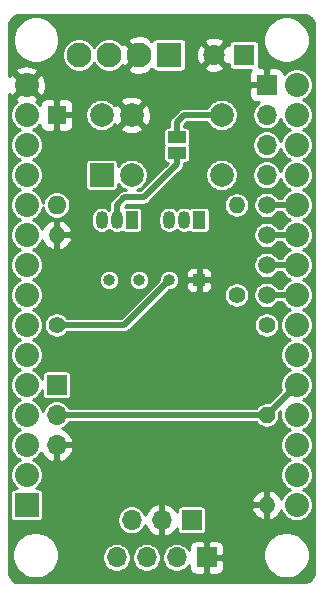
<source format=gbr>
G04 #@! TF.GenerationSoftware,KiCad,Pcbnew,5.1.5-52549c5~86~ubuntu18.04.1*
G04 #@! TF.CreationDate,2020-03-29T17:49:25+00:00*
G04 #@! TF.ProjectId,PIS,5049532e-6b69-4636-9164-5f7063625858,rev?*
G04 #@! TF.SameCoordinates,Original*
G04 #@! TF.FileFunction,Copper,L1,Top*
G04 #@! TF.FilePolarity,Positive*
%FSLAX46Y46*%
G04 Gerber Fmt 4.6, Leading zero omitted, Abs format (unit mm)*
G04 Created by KiCad (PCBNEW 5.1.5-52549c5~86~ubuntu18.04.1) date 2020-03-29 17:49:25*
%MOMM*%
%LPD*%
G04 APERTURE LIST*
%ADD10R,1.500000X1.000000*%
%ADD11C,2.100000*%
%ADD12R,2.100000X2.100000*%
%ADD13C,1.400000*%
%ADD14C,0.100000*%
%ADD15O,1.700000X1.700000*%
%ADD16R,1.700000X1.700000*%
%ADD17O,1.000000X1.000000*%
%ADD18R,1.000000X1.000000*%
%ADD19C,1.500000*%
%ADD20O,1.400000X1.400000*%
%ADD21C,1.800000*%
%ADD22R,1.800000X1.800000*%
%ADD23R,1.050000X1.500000*%
%ADD24O,1.050000X1.500000*%
%ADD25O,1.600000X1.600000*%
%ADD26R,1.600000X1.600000*%
%ADD27C,2.000000*%
%ADD28R,2.000000X2.000000*%
%ADD29C,2.032000*%
%ADD30R,2.032000X2.032000*%
%ADD31C,0.500000*%
%ADD32C,0.250000*%
G04 APERTURE END LIST*
D10*
X133985000Y-114950000D03*
X133985000Y-113650000D03*
D11*
X125730000Y-106680000D03*
X128270000Y-106680000D03*
X130810000Y-106680000D03*
D12*
X133350000Y-106680000D03*
D13*
X125730000Y-106680000D03*
X130810000Y-106680000D03*
G04 #@! TA.AperFunction,ComponentPad*
D14*
G36*
X133825226Y-105981200D02*
G01*
X133849417Y-105984788D01*
X133873139Y-105990730D01*
X133896165Y-105998969D01*
X133918272Y-106009425D01*
X133939248Y-106021998D01*
X133958891Y-106036566D01*
X133977011Y-106052989D01*
X133993434Y-106071109D01*
X134008002Y-106090752D01*
X134020575Y-106111728D01*
X134031031Y-106133835D01*
X134039270Y-106156861D01*
X134045212Y-106180583D01*
X134048800Y-106204774D01*
X134050000Y-106229200D01*
X134050000Y-107130800D01*
X134048800Y-107155226D01*
X134045212Y-107179417D01*
X134039270Y-107203139D01*
X134031031Y-107226165D01*
X134020575Y-107248272D01*
X134008002Y-107269248D01*
X133993434Y-107288891D01*
X133977011Y-107307011D01*
X133958891Y-107323434D01*
X133939248Y-107338002D01*
X133918272Y-107350575D01*
X133896165Y-107361031D01*
X133873139Y-107369270D01*
X133849417Y-107375212D01*
X133825226Y-107378800D01*
X133800800Y-107380000D01*
X132899200Y-107380000D01*
X132874774Y-107378800D01*
X132850583Y-107375212D01*
X132826861Y-107369270D01*
X132803835Y-107361031D01*
X132781728Y-107350575D01*
X132760752Y-107338002D01*
X132741109Y-107323434D01*
X132722989Y-107307011D01*
X132706566Y-107288891D01*
X132691998Y-107269248D01*
X132679425Y-107248272D01*
X132668969Y-107226165D01*
X132660730Y-107203139D01*
X132654788Y-107179417D01*
X132651200Y-107155226D01*
X132650000Y-107130800D01*
X132650000Y-106229200D01*
X132651200Y-106204774D01*
X132654788Y-106180583D01*
X132660730Y-106156861D01*
X132668969Y-106133835D01*
X132679425Y-106111728D01*
X132691998Y-106090752D01*
X132706566Y-106071109D01*
X132722989Y-106052989D01*
X132741109Y-106036566D01*
X132760752Y-106021998D01*
X132781728Y-106009425D01*
X132803835Y-105998969D01*
X132826861Y-105990730D01*
X132850583Y-105984788D01*
X132874774Y-105981200D01*
X132899200Y-105980000D01*
X133800800Y-105980000D01*
X133825226Y-105981200D01*
G37*
G04 #@! TD.AperFunction*
D15*
X128905000Y-149225000D03*
X131445000Y-149225000D03*
X133985000Y-149225000D03*
D16*
X136525000Y-149225000D03*
D17*
X128270000Y-125730000D03*
X130810000Y-125730000D03*
X133350000Y-125730000D03*
D18*
X135890000Y-125730000D03*
D19*
X141605000Y-119380000D03*
X141605000Y-121920000D03*
X141605000Y-124460000D03*
X141605000Y-127000000D03*
D20*
X139065000Y-119380000D03*
D13*
X139065000Y-127000000D03*
D21*
X137160000Y-106680000D03*
D22*
X139700000Y-106680000D03*
D23*
X135890000Y-120650000D03*
D24*
X133350000Y-120650000D03*
X134620000Y-120650000D03*
D25*
X123825000Y-119380000D03*
D26*
X123825000Y-111760000D03*
D27*
X127635000Y-111760000D03*
X130175000Y-111760000D03*
D28*
X127635000Y-116840000D03*
D27*
X130175000Y-116840000D03*
X137795000Y-111760000D03*
X137795000Y-116840000D03*
D20*
X141605000Y-137160000D03*
D13*
X141605000Y-129540000D03*
D20*
X141605000Y-144780000D03*
D13*
X141605000Y-137160000D03*
D23*
X130175000Y-120650000D03*
D24*
X127635000Y-120650000D03*
X128905000Y-120650000D03*
D15*
X123825000Y-139700000D03*
X123825000Y-137160000D03*
D16*
X123825000Y-134620000D03*
D29*
X144145000Y-142240000D03*
X144145000Y-137160000D03*
X144145000Y-139700000D03*
X144145000Y-119380000D03*
X144145000Y-121920000D03*
X144145000Y-127000000D03*
X144145000Y-124460000D03*
X144145000Y-109220000D03*
X144145000Y-129540000D03*
X144145000Y-134620000D03*
X144145000Y-132080000D03*
X144145000Y-116840000D03*
X144145000Y-111760000D03*
X144145000Y-114300000D03*
X144145000Y-144780000D03*
X121285000Y-109220000D03*
X121285000Y-111760000D03*
X121285000Y-114300000D03*
X121285000Y-116840000D03*
X121285000Y-119380000D03*
X121285000Y-121920000D03*
X121285000Y-124460000D03*
X121285000Y-127000000D03*
X121285000Y-129540000D03*
X121285000Y-132080000D03*
X121285000Y-134620000D03*
X121285000Y-137160000D03*
X121285000Y-139700000D03*
X121285000Y-142240000D03*
D30*
X121285000Y-144780000D03*
D15*
X130175000Y-146050000D03*
X132715000Y-146050000D03*
D16*
X135255000Y-146050000D03*
D20*
X123825000Y-121920000D03*
D13*
X123825000Y-129540000D03*
D15*
X141605000Y-116840000D03*
X141605000Y-114300000D03*
X141605000Y-111760000D03*
D16*
X141605000Y-109220000D03*
D31*
X129540000Y-129540000D02*
X123825000Y-129540000D01*
X133350000Y-125730000D02*
X129540000Y-129540000D01*
X133985000Y-115950000D02*
X131190000Y-118745000D01*
X133985000Y-114950000D02*
X133985000Y-115950000D01*
X131190000Y-118745000D02*
X129540000Y-118745000D01*
X129540000Y-118745000D02*
X128905000Y-119380000D01*
X128905000Y-119380000D02*
X128905000Y-120650000D01*
X141605000Y-127000000D02*
X144145000Y-127000000D01*
X141605000Y-124460000D02*
X144145000Y-124460000D01*
X141605000Y-121920000D02*
X144145000Y-121920000D01*
X141605000Y-119380000D02*
X144145000Y-119380000D01*
X123825000Y-137160000D02*
X141605000Y-137160000D01*
X141605000Y-137160000D02*
X144145000Y-134620000D01*
X137795000Y-111760000D02*
X136380787Y-111760000D01*
X136380787Y-111760000D02*
X134620000Y-111760000D01*
X134620000Y-111760000D02*
X133985000Y-112395000D01*
X133985000Y-112395000D02*
X133985000Y-113665000D01*
D32*
G36*
X144941779Y-103327839D02*
G01*
X145097399Y-103374824D01*
X145240926Y-103451137D01*
X145366900Y-103553879D01*
X145470519Y-103679133D01*
X145547832Y-103822120D01*
X145595903Y-103977411D01*
X145615001Y-104159124D01*
X145615000Y-150473724D01*
X145597051Y-150656779D01*
X145550066Y-150812399D01*
X145473750Y-150955929D01*
X145371011Y-151081899D01*
X145245757Y-151185519D01*
X145102770Y-151262832D01*
X144947479Y-151310903D01*
X144765775Y-151330000D01*
X120628638Y-151330000D01*
X120625029Y-151330355D01*
X120488221Y-151316941D01*
X120332601Y-151269956D01*
X120189071Y-151193640D01*
X120063101Y-151090901D01*
X119959481Y-150965647D01*
X119882168Y-150822660D01*
X119834097Y-150667369D01*
X119815000Y-150485665D01*
X119815000Y-148835479D01*
X120060000Y-148835479D01*
X120060000Y-149224521D01*
X120135898Y-149606086D01*
X120284778Y-149965513D01*
X120500917Y-150288989D01*
X120776011Y-150564083D01*
X121099487Y-150780222D01*
X121458914Y-150929102D01*
X121840479Y-151005000D01*
X122229521Y-151005000D01*
X122611086Y-150929102D01*
X122970513Y-150780222D01*
X123293989Y-150564083D01*
X123569083Y-150288989D01*
X123785222Y-149965513D01*
X123934102Y-149606086D01*
X124010000Y-149224521D01*
X124010000Y-149104348D01*
X127680000Y-149104348D01*
X127680000Y-149345652D01*
X127727076Y-149582319D01*
X127819419Y-149805255D01*
X127953481Y-150005892D01*
X128124108Y-150176519D01*
X128324745Y-150310581D01*
X128547681Y-150402924D01*
X128784348Y-150450000D01*
X129025652Y-150450000D01*
X129262319Y-150402924D01*
X129485255Y-150310581D01*
X129685892Y-150176519D01*
X129856519Y-150005892D01*
X129990581Y-149805255D01*
X130082924Y-149582319D01*
X130130000Y-149345652D01*
X130130000Y-149104348D01*
X130220000Y-149104348D01*
X130220000Y-149345652D01*
X130267076Y-149582319D01*
X130359419Y-149805255D01*
X130493481Y-150005892D01*
X130664108Y-150176519D01*
X130864745Y-150310581D01*
X131087681Y-150402924D01*
X131324348Y-150450000D01*
X131565652Y-150450000D01*
X131802319Y-150402924D01*
X132025255Y-150310581D01*
X132225892Y-150176519D01*
X132396519Y-150005892D01*
X132530581Y-149805255D01*
X132622924Y-149582319D01*
X132670000Y-149345652D01*
X132670000Y-149104348D01*
X132760000Y-149104348D01*
X132760000Y-149345652D01*
X132807076Y-149582319D01*
X132899419Y-149805255D01*
X133033481Y-150005892D01*
X133204108Y-150176519D01*
X133404745Y-150310581D01*
X133627681Y-150402924D01*
X133864348Y-150450000D01*
X134105652Y-150450000D01*
X134342319Y-150402924D01*
X134565255Y-150310581D01*
X134765892Y-150176519D01*
X134936519Y-150005892D01*
X135048232Y-149838702D01*
X135046976Y-150075000D01*
X135059043Y-150197521D01*
X135094781Y-150315334D01*
X135152817Y-150423911D01*
X135230920Y-150519080D01*
X135326089Y-150597183D01*
X135434666Y-150655219D01*
X135552479Y-150690957D01*
X135675000Y-150703024D01*
X136243750Y-150700000D01*
X136400000Y-150543750D01*
X136400000Y-149350000D01*
X136650000Y-149350000D01*
X136650000Y-150543750D01*
X136806250Y-150700000D01*
X137375000Y-150703024D01*
X137497521Y-150690957D01*
X137615334Y-150655219D01*
X137723911Y-150597183D01*
X137819080Y-150519080D01*
X137897183Y-150423911D01*
X137955219Y-150315334D01*
X137990957Y-150197521D01*
X138003024Y-150075000D01*
X138000000Y-149506250D01*
X137843750Y-149350000D01*
X136650000Y-149350000D01*
X136400000Y-149350000D01*
X136380000Y-149350000D01*
X136380000Y-149100000D01*
X136400000Y-149100000D01*
X136400000Y-147906250D01*
X136650000Y-147906250D01*
X136650000Y-149100000D01*
X137843750Y-149100000D01*
X138000000Y-148943750D01*
X138000575Y-148835479D01*
X141310000Y-148835479D01*
X141310000Y-149224521D01*
X141385898Y-149606086D01*
X141534778Y-149965513D01*
X141750917Y-150288989D01*
X142026011Y-150564083D01*
X142349487Y-150780222D01*
X142708914Y-150929102D01*
X143090479Y-151005000D01*
X143479521Y-151005000D01*
X143861086Y-150929102D01*
X144220513Y-150780222D01*
X144543989Y-150564083D01*
X144819083Y-150288989D01*
X145035222Y-149965513D01*
X145184102Y-149606086D01*
X145260000Y-149224521D01*
X145260000Y-148835479D01*
X145184102Y-148453914D01*
X145035222Y-148094487D01*
X144819083Y-147771011D01*
X144543989Y-147495917D01*
X144220513Y-147279778D01*
X143861086Y-147130898D01*
X143479521Y-147055000D01*
X143090479Y-147055000D01*
X142708914Y-147130898D01*
X142349487Y-147279778D01*
X142026011Y-147495917D01*
X141750917Y-147771011D01*
X141534778Y-148094487D01*
X141385898Y-148453914D01*
X141310000Y-148835479D01*
X138000575Y-148835479D01*
X138003024Y-148375000D01*
X137990957Y-148252479D01*
X137955219Y-148134666D01*
X137897183Y-148026089D01*
X137819080Y-147930920D01*
X137723911Y-147852817D01*
X137615334Y-147794781D01*
X137497521Y-147759043D01*
X137375000Y-147746976D01*
X136806250Y-147750000D01*
X136650000Y-147906250D01*
X136400000Y-147906250D01*
X136243750Y-147750000D01*
X135675000Y-147746976D01*
X135552479Y-147759043D01*
X135434666Y-147794781D01*
X135326089Y-147852817D01*
X135230920Y-147930920D01*
X135152817Y-148026089D01*
X135094781Y-148134666D01*
X135059043Y-148252479D01*
X135046976Y-148375000D01*
X135048232Y-148611298D01*
X134936519Y-148444108D01*
X134765892Y-148273481D01*
X134565255Y-148139419D01*
X134342319Y-148047076D01*
X134105652Y-148000000D01*
X133864348Y-148000000D01*
X133627681Y-148047076D01*
X133404745Y-148139419D01*
X133204108Y-148273481D01*
X133033481Y-148444108D01*
X132899419Y-148644745D01*
X132807076Y-148867681D01*
X132760000Y-149104348D01*
X132670000Y-149104348D01*
X132622924Y-148867681D01*
X132530581Y-148644745D01*
X132396519Y-148444108D01*
X132225892Y-148273481D01*
X132025255Y-148139419D01*
X131802319Y-148047076D01*
X131565652Y-148000000D01*
X131324348Y-148000000D01*
X131087681Y-148047076D01*
X130864745Y-148139419D01*
X130664108Y-148273481D01*
X130493481Y-148444108D01*
X130359419Y-148644745D01*
X130267076Y-148867681D01*
X130220000Y-149104348D01*
X130130000Y-149104348D01*
X130082924Y-148867681D01*
X129990581Y-148644745D01*
X129856519Y-148444108D01*
X129685892Y-148273481D01*
X129485255Y-148139419D01*
X129262319Y-148047076D01*
X129025652Y-148000000D01*
X128784348Y-148000000D01*
X128547681Y-148047076D01*
X128324745Y-148139419D01*
X128124108Y-148273481D01*
X127953481Y-148444108D01*
X127819419Y-148644745D01*
X127727076Y-148867681D01*
X127680000Y-149104348D01*
X124010000Y-149104348D01*
X124010000Y-148835479D01*
X123934102Y-148453914D01*
X123785222Y-148094487D01*
X123569083Y-147771011D01*
X123293989Y-147495917D01*
X122970513Y-147279778D01*
X122611086Y-147130898D01*
X122229521Y-147055000D01*
X121840479Y-147055000D01*
X121458914Y-147130898D01*
X121099487Y-147279778D01*
X120776011Y-147495917D01*
X120500917Y-147771011D01*
X120284778Y-148094487D01*
X120135898Y-148453914D01*
X120060000Y-148835479D01*
X119815000Y-148835479D01*
X119815000Y-143764000D01*
X119892186Y-143764000D01*
X119892186Y-145796000D01*
X119899426Y-145869513D01*
X119920869Y-145940200D01*
X119955691Y-146005347D01*
X120002552Y-146062448D01*
X120059653Y-146109309D01*
X120124800Y-146144131D01*
X120195487Y-146165574D01*
X120269000Y-146172814D01*
X122301000Y-146172814D01*
X122374513Y-146165574D01*
X122445200Y-146144131D01*
X122510347Y-146109309D01*
X122567448Y-146062448D01*
X122614309Y-146005347D01*
X122649131Y-145940200D01*
X122652422Y-145929348D01*
X128950000Y-145929348D01*
X128950000Y-146170652D01*
X128997076Y-146407319D01*
X129089419Y-146630255D01*
X129223481Y-146830892D01*
X129394108Y-147001519D01*
X129594745Y-147135581D01*
X129817681Y-147227924D01*
X130054348Y-147275000D01*
X130295652Y-147275000D01*
X130532319Y-147227924D01*
X130755255Y-147135581D01*
X130955892Y-147001519D01*
X131126519Y-146830892D01*
X131260581Y-146630255D01*
X131315940Y-146496605D01*
X131379406Y-146675962D01*
X131527188Y-146924496D01*
X131720617Y-147139423D01*
X131952260Y-147312485D01*
X132213214Y-147437030D01*
X132361628Y-147482045D01*
X132590000Y-147362812D01*
X132590000Y-146175000D01*
X132570000Y-146175000D01*
X132570000Y-145925000D01*
X132590000Y-145925000D01*
X132590000Y-144737188D01*
X132840000Y-144737188D01*
X132840000Y-145925000D01*
X132860000Y-145925000D01*
X132860000Y-146175000D01*
X132840000Y-146175000D01*
X132840000Y-147362812D01*
X133068372Y-147482045D01*
X133216786Y-147437030D01*
X133477740Y-147312485D01*
X133709383Y-147139423D01*
X133902812Y-146924496D01*
X134028186Y-146713647D01*
X134028186Y-146900000D01*
X134035426Y-146973513D01*
X134056869Y-147044200D01*
X134091691Y-147109347D01*
X134138552Y-147166448D01*
X134195653Y-147213309D01*
X134260800Y-147248131D01*
X134331487Y-147269574D01*
X134405000Y-147276814D01*
X136105000Y-147276814D01*
X136178513Y-147269574D01*
X136249200Y-147248131D01*
X136314347Y-147213309D01*
X136371448Y-147166448D01*
X136418309Y-147109347D01*
X136453131Y-147044200D01*
X136474574Y-146973513D01*
X136481814Y-146900000D01*
X136481814Y-145200000D01*
X136474574Y-145126487D01*
X136469516Y-145109813D01*
X140321699Y-145109813D01*
X140410701Y-145353835D01*
X140545599Y-145575805D01*
X140721209Y-145767193D01*
X140930783Y-145920643D01*
X141166266Y-146030259D01*
X141275188Y-146063296D01*
X141480000Y-145942046D01*
X141480000Y-144905000D01*
X140442154Y-144905000D01*
X140321699Y-145109813D01*
X136469516Y-145109813D01*
X136453131Y-145055800D01*
X136418309Y-144990653D01*
X136371448Y-144933552D01*
X136314347Y-144886691D01*
X136249200Y-144851869D01*
X136178513Y-144830426D01*
X136105000Y-144823186D01*
X134405000Y-144823186D01*
X134331487Y-144830426D01*
X134260800Y-144851869D01*
X134195653Y-144886691D01*
X134138552Y-144933552D01*
X134091691Y-144990653D01*
X134056869Y-145055800D01*
X134035426Y-145126487D01*
X134028186Y-145200000D01*
X134028186Y-145386353D01*
X133902812Y-145175504D01*
X133709383Y-144960577D01*
X133477740Y-144787515D01*
X133216786Y-144662970D01*
X133068372Y-144617955D01*
X132840000Y-144737188D01*
X132590000Y-144737188D01*
X132361628Y-144617955D01*
X132213214Y-144662970D01*
X131952260Y-144787515D01*
X131720617Y-144960577D01*
X131527188Y-145175504D01*
X131379406Y-145424038D01*
X131315940Y-145603395D01*
X131260581Y-145469745D01*
X131126519Y-145269108D01*
X130955892Y-145098481D01*
X130755255Y-144964419D01*
X130532319Y-144872076D01*
X130295652Y-144825000D01*
X130054348Y-144825000D01*
X129817681Y-144872076D01*
X129594745Y-144964419D01*
X129394108Y-145098481D01*
X129223481Y-145269108D01*
X129089419Y-145469745D01*
X128997076Y-145692681D01*
X128950000Y-145929348D01*
X122652422Y-145929348D01*
X122670574Y-145869513D01*
X122677814Y-145796000D01*
X122677814Y-144450187D01*
X140321699Y-144450187D01*
X140442154Y-144655000D01*
X141480000Y-144655000D01*
X141480000Y-143617954D01*
X141275188Y-143496704D01*
X141166266Y-143529741D01*
X140930783Y-143639357D01*
X140721209Y-143792807D01*
X140545599Y-143984195D01*
X140410701Y-144206165D01*
X140321699Y-144450187D01*
X122677814Y-144450187D01*
X122677814Y-143764000D01*
X122670574Y-143690487D01*
X122649131Y-143619800D01*
X122614309Y-143554653D01*
X122567448Y-143497552D01*
X122510347Y-143450691D01*
X122445200Y-143415869D01*
X122374513Y-143394426D01*
X122301000Y-143387186D01*
X122071848Y-143387186D01*
X122171711Y-143320460D01*
X122365460Y-143126711D01*
X122517688Y-142898885D01*
X122622544Y-142645740D01*
X122676000Y-142377001D01*
X122676000Y-142102999D01*
X122622544Y-141834260D01*
X122517688Y-141581115D01*
X122365460Y-141353289D01*
X122171711Y-141159540D01*
X121943885Y-141007312D01*
X121853806Y-140970000D01*
X121943885Y-140932688D01*
X122171711Y-140780460D01*
X122365460Y-140586711D01*
X122514923Y-140363023D01*
X122562515Y-140462740D01*
X122735577Y-140694383D01*
X122950504Y-140887812D01*
X123199038Y-141035594D01*
X123471627Y-141132050D01*
X123700000Y-141013449D01*
X123700000Y-139825000D01*
X123950000Y-139825000D01*
X123950000Y-141013449D01*
X124178373Y-141132050D01*
X124450962Y-141035594D01*
X124699496Y-140887812D01*
X124914423Y-140694383D01*
X125087485Y-140462740D01*
X125212030Y-140201786D01*
X125257045Y-140053372D01*
X125137812Y-139825000D01*
X123950000Y-139825000D01*
X123700000Y-139825000D01*
X123680000Y-139825000D01*
X123680000Y-139575000D01*
X123700000Y-139575000D01*
X123700000Y-139555000D01*
X123950000Y-139555000D01*
X123950000Y-139575000D01*
X125137812Y-139575000D01*
X125257045Y-139346628D01*
X125212030Y-139198214D01*
X125087485Y-138937260D01*
X124914423Y-138705617D01*
X124699496Y-138512188D01*
X124450962Y-138364406D01*
X124271605Y-138300940D01*
X124405255Y-138245581D01*
X124605892Y-138111519D01*
X124776519Y-137940892D01*
X124880683Y-137785000D01*
X140729721Y-137785000D01*
X140769993Y-137845272D01*
X140919728Y-137995007D01*
X141095797Y-138112652D01*
X141291434Y-138193688D01*
X141499122Y-138235000D01*
X141710878Y-138235000D01*
X141918566Y-138193688D01*
X142114203Y-138112652D01*
X142290272Y-137995007D01*
X142440007Y-137845272D01*
X142557652Y-137669203D01*
X142638688Y-137473566D01*
X142680000Y-137265878D01*
X142680000Y-137054122D01*
X142665858Y-136983025D01*
X142785812Y-136863071D01*
X142754000Y-137022999D01*
X142754000Y-137297001D01*
X142807456Y-137565740D01*
X142912312Y-137818885D01*
X143064540Y-138046711D01*
X143258289Y-138240460D01*
X143486115Y-138392688D01*
X143576194Y-138430000D01*
X143486115Y-138467312D01*
X143258289Y-138619540D01*
X143064540Y-138813289D01*
X142912312Y-139041115D01*
X142807456Y-139294260D01*
X142754000Y-139562999D01*
X142754000Y-139837001D01*
X142807456Y-140105740D01*
X142912312Y-140358885D01*
X143064540Y-140586711D01*
X143258289Y-140780460D01*
X143486115Y-140932688D01*
X143576194Y-140970000D01*
X143486115Y-141007312D01*
X143258289Y-141159540D01*
X143064540Y-141353289D01*
X142912312Y-141581115D01*
X142807456Y-141834260D01*
X142754000Y-142102999D01*
X142754000Y-142377001D01*
X142807456Y-142645740D01*
X142912312Y-142898885D01*
X143064540Y-143126711D01*
X143258289Y-143320460D01*
X143486115Y-143472688D01*
X143576194Y-143510000D01*
X143486115Y-143547312D01*
X143258289Y-143699540D01*
X143064540Y-143893289D01*
X142912312Y-144121115D01*
X142835720Y-144306024D01*
X142799299Y-144206165D01*
X142664401Y-143984195D01*
X142488791Y-143792807D01*
X142279217Y-143639357D01*
X142043734Y-143529741D01*
X141934812Y-143496704D01*
X141730000Y-143617954D01*
X141730000Y-144655000D01*
X141750000Y-144655000D01*
X141750000Y-144905000D01*
X141730000Y-144905000D01*
X141730000Y-145942046D01*
X141934812Y-146063296D01*
X142043734Y-146030259D01*
X142279217Y-145920643D01*
X142488791Y-145767193D01*
X142664401Y-145575805D01*
X142799299Y-145353835D01*
X142835720Y-145253976D01*
X142912312Y-145438885D01*
X143064540Y-145666711D01*
X143258289Y-145860460D01*
X143486115Y-146012688D01*
X143739260Y-146117544D01*
X144007999Y-146171000D01*
X144282001Y-146171000D01*
X144550740Y-146117544D01*
X144803885Y-146012688D01*
X145031711Y-145860460D01*
X145225460Y-145666711D01*
X145377688Y-145438885D01*
X145482544Y-145185740D01*
X145536000Y-144917001D01*
X145536000Y-144642999D01*
X145482544Y-144374260D01*
X145377688Y-144121115D01*
X145225460Y-143893289D01*
X145031711Y-143699540D01*
X144803885Y-143547312D01*
X144713806Y-143510000D01*
X144803885Y-143472688D01*
X145031711Y-143320460D01*
X145225460Y-143126711D01*
X145377688Y-142898885D01*
X145482544Y-142645740D01*
X145536000Y-142377001D01*
X145536000Y-142102999D01*
X145482544Y-141834260D01*
X145377688Y-141581115D01*
X145225460Y-141353289D01*
X145031711Y-141159540D01*
X144803885Y-141007312D01*
X144713806Y-140970000D01*
X144803885Y-140932688D01*
X145031711Y-140780460D01*
X145225460Y-140586711D01*
X145377688Y-140358885D01*
X145482544Y-140105740D01*
X145536000Y-139837001D01*
X145536000Y-139562999D01*
X145482544Y-139294260D01*
X145377688Y-139041115D01*
X145225460Y-138813289D01*
X145031711Y-138619540D01*
X144803885Y-138467312D01*
X144713806Y-138430000D01*
X144803885Y-138392688D01*
X145031711Y-138240460D01*
X145225460Y-138046711D01*
X145377688Y-137818885D01*
X145482544Y-137565740D01*
X145536000Y-137297001D01*
X145536000Y-137022999D01*
X145482544Y-136754260D01*
X145377688Y-136501115D01*
X145225460Y-136273289D01*
X145031711Y-136079540D01*
X144803885Y-135927312D01*
X144713806Y-135890000D01*
X144803885Y-135852688D01*
X145031711Y-135700460D01*
X145225460Y-135506711D01*
X145377688Y-135278885D01*
X145482544Y-135025740D01*
X145536000Y-134757001D01*
X145536000Y-134482999D01*
X145482544Y-134214260D01*
X145377688Y-133961115D01*
X145225460Y-133733289D01*
X145031711Y-133539540D01*
X144803885Y-133387312D01*
X144713806Y-133350000D01*
X144803885Y-133312688D01*
X145031711Y-133160460D01*
X145225460Y-132966711D01*
X145377688Y-132738885D01*
X145482544Y-132485740D01*
X145536000Y-132217001D01*
X145536000Y-131942999D01*
X145482544Y-131674260D01*
X145377688Y-131421115D01*
X145225460Y-131193289D01*
X145031711Y-130999540D01*
X144803885Y-130847312D01*
X144713806Y-130810000D01*
X144803885Y-130772688D01*
X145031711Y-130620460D01*
X145225460Y-130426711D01*
X145377688Y-130198885D01*
X145482544Y-129945740D01*
X145536000Y-129677001D01*
X145536000Y-129402999D01*
X145482544Y-129134260D01*
X145377688Y-128881115D01*
X145225460Y-128653289D01*
X145031711Y-128459540D01*
X144803885Y-128307312D01*
X144713806Y-128270000D01*
X144803885Y-128232688D01*
X145031711Y-128080460D01*
X145225460Y-127886711D01*
X145377688Y-127658885D01*
X145482544Y-127405740D01*
X145536000Y-127137001D01*
X145536000Y-126862999D01*
X145482544Y-126594260D01*
X145377688Y-126341115D01*
X145225460Y-126113289D01*
X145031711Y-125919540D01*
X144803885Y-125767312D01*
X144713806Y-125730000D01*
X144803885Y-125692688D01*
X145031711Y-125540460D01*
X145225460Y-125346711D01*
X145377688Y-125118885D01*
X145482544Y-124865740D01*
X145536000Y-124597001D01*
X145536000Y-124322999D01*
X145482544Y-124054260D01*
X145377688Y-123801115D01*
X145225460Y-123573289D01*
X145031711Y-123379540D01*
X144803885Y-123227312D01*
X144713806Y-123190000D01*
X144803885Y-123152688D01*
X145031711Y-123000460D01*
X145225460Y-122806711D01*
X145377688Y-122578885D01*
X145482544Y-122325740D01*
X145536000Y-122057001D01*
X145536000Y-121782999D01*
X145482544Y-121514260D01*
X145377688Y-121261115D01*
X145225460Y-121033289D01*
X145031711Y-120839540D01*
X144803885Y-120687312D01*
X144713806Y-120650000D01*
X144803885Y-120612688D01*
X145031711Y-120460460D01*
X145225460Y-120266711D01*
X145377688Y-120038885D01*
X145482544Y-119785740D01*
X145536000Y-119517001D01*
X145536000Y-119242999D01*
X145482544Y-118974260D01*
X145377688Y-118721115D01*
X145225460Y-118493289D01*
X145031711Y-118299540D01*
X144803885Y-118147312D01*
X144713806Y-118110000D01*
X144803885Y-118072688D01*
X145031711Y-117920460D01*
X145225460Y-117726711D01*
X145377688Y-117498885D01*
X145482544Y-117245740D01*
X145536000Y-116977001D01*
X145536000Y-116702999D01*
X145482544Y-116434260D01*
X145377688Y-116181115D01*
X145225460Y-115953289D01*
X145031711Y-115759540D01*
X144803885Y-115607312D01*
X144713806Y-115570000D01*
X144803885Y-115532688D01*
X145031711Y-115380460D01*
X145225460Y-115186711D01*
X145377688Y-114958885D01*
X145482544Y-114705740D01*
X145536000Y-114437001D01*
X145536000Y-114162999D01*
X145482544Y-113894260D01*
X145377688Y-113641115D01*
X145225460Y-113413289D01*
X145031711Y-113219540D01*
X144803885Y-113067312D01*
X144713806Y-113030000D01*
X144803885Y-112992688D01*
X145031711Y-112840460D01*
X145225460Y-112646711D01*
X145377688Y-112418885D01*
X145482544Y-112165740D01*
X145536000Y-111897001D01*
X145536000Y-111622999D01*
X145482544Y-111354260D01*
X145377688Y-111101115D01*
X145225460Y-110873289D01*
X145031711Y-110679540D01*
X144803885Y-110527312D01*
X144713806Y-110490000D01*
X144803885Y-110452688D01*
X145031711Y-110300460D01*
X145225460Y-110106711D01*
X145377688Y-109878885D01*
X145482544Y-109625740D01*
X145536000Y-109357001D01*
X145536000Y-109082999D01*
X145482544Y-108814260D01*
X145377688Y-108561115D01*
X145225460Y-108333289D01*
X145031711Y-108139540D01*
X144803885Y-107987312D01*
X144550740Y-107882456D01*
X144282001Y-107829000D01*
X144007999Y-107829000D01*
X143739260Y-107882456D01*
X143486115Y-107987312D01*
X143258289Y-108139540D01*
X143078075Y-108319754D01*
X143070957Y-108247479D01*
X143035219Y-108129666D01*
X142977183Y-108021089D01*
X142899080Y-107925920D01*
X142803911Y-107847817D01*
X142695334Y-107789781D01*
X142577521Y-107754043D01*
X142455000Y-107741976D01*
X141886250Y-107745000D01*
X141730000Y-107901250D01*
X141730000Y-109095000D01*
X141750000Y-109095000D01*
X141750000Y-109345000D01*
X141730000Y-109345000D01*
X141730000Y-109365000D01*
X141480000Y-109365000D01*
X141480000Y-109345000D01*
X140286250Y-109345000D01*
X140130000Y-109501250D01*
X140126976Y-110070000D01*
X140139043Y-110192521D01*
X140174781Y-110310334D01*
X140232817Y-110418911D01*
X140310920Y-110514080D01*
X140406089Y-110592183D01*
X140514666Y-110650219D01*
X140632479Y-110685957D01*
X140755000Y-110698024D01*
X140991298Y-110696768D01*
X140824108Y-110808481D01*
X140653481Y-110979108D01*
X140519419Y-111179745D01*
X140427076Y-111402681D01*
X140380000Y-111639348D01*
X140380000Y-111880652D01*
X140427076Y-112117319D01*
X140519419Y-112340255D01*
X140653481Y-112540892D01*
X140824108Y-112711519D01*
X141024745Y-112845581D01*
X141247681Y-112937924D01*
X141484348Y-112985000D01*
X141725652Y-112985000D01*
X141962319Y-112937924D01*
X142185255Y-112845581D01*
X142385892Y-112711519D01*
X142556519Y-112540892D01*
X142690581Y-112340255D01*
X142782924Y-112117319D01*
X142790374Y-112079865D01*
X142807456Y-112165740D01*
X142912312Y-112418885D01*
X143064540Y-112646711D01*
X143258289Y-112840460D01*
X143486115Y-112992688D01*
X143576194Y-113030000D01*
X143486115Y-113067312D01*
X143258289Y-113219540D01*
X143064540Y-113413289D01*
X142912312Y-113641115D01*
X142807456Y-113894260D01*
X142790374Y-113980135D01*
X142782924Y-113942681D01*
X142690581Y-113719745D01*
X142556519Y-113519108D01*
X142385892Y-113348481D01*
X142185255Y-113214419D01*
X141962319Y-113122076D01*
X141725652Y-113075000D01*
X141484348Y-113075000D01*
X141247681Y-113122076D01*
X141024745Y-113214419D01*
X140824108Y-113348481D01*
X140653481Y-113519108D01*
X140519419Y-113719745D01*
X140427076Y-113942681D01*
X140380000Y-114179348D01*
X140380000Y-114420652D01*
X140427076Y-114657319D01*
X140519419Y-114880255D01*
X140653481Y-115080892D01*
X140824108Y-115251519D01*
X141024745Y-115385581D01*
X141247681Y-115477924D01*
X141484348Y-115525000D01*
X141725652Y-115525000D01*
X141962319Y-115477924D01*
X142185255Y-115385581D01*
X142385892Y-115251519D01*
X142556519Y-115080892D01*
X142690581Y-114880255D01*
X142782924Y-114657319D01*
X142790374Y-114619865D01*
X142807456Y-114705740D01*
X142912312Y-114958885D01*
X143064540Y-115186711D01*
X143258289Y-115380460D01*
X143486115Y-115532688D01*
X143576194Y-115570000D01*
X143486115Y-115607312D01*
X143258289Y-115759540D01*
X143064540Y-115953289D01*
X142912312Y-116181115D01*
X142807456Y-116434260D01*
X142790374Y-116520135D01*
X142782924Y-116482681D01*
X142690581Y-116259745D01*
X142556519Y-116059108D01*
X142385892Y-115888481D01*
X142185255Y-115754419D01*
X141962319Y-115662076D01*
X141725652Y-115615000D01*
X141484348Y-115615000D01*
X141247681Y-115662076D01*
X141024745Y-115754419D01*
X140824108Y-115888481D01*
X140653481Y-116059108D01*
X140519419Y-116259745D01*
X140427076Y-116482681D01*
X140380000Y-116719348D01*
X140380000Y-116960652D01*
X140427076Y-117197319D01*
X140519419Y-117420255D01*
X140653481Y-117620892D01*
X140824108Y-117791519D01*
X141024745Y-117925581D01*
X141247681Y-118017924D01*
X141484348Y-118065000D01*
X141725652Y-118065000D01*
X141962319Y-118017924D01*
X142185255Y-117925581D01*
X142385892Y-117791519D01*
X142556519Y-117620892D01*
X142690581Y-117420255D01*
X142782924Y-117197319D01*
X142790374Y-117159865D01*
X142807456Y-117245740D01*
X142912312Y-117498885D01*
X143064540Y-117726711D01*
X143258289Y-117920460D01*
X143486115Y-118072688D01*
X143576194Y-118110000D01*
X143486115Y-118147312D01*
X143258289Y-118299540D01*
X143064540Y-118493289D01*
X142912312Y-118721115D01*
X142898276Y-118755000D01*
X142540414Y-118755000D01*
X142478844Y-118662855D01*
X142322145Y-118506156D01*
X142137887Y-118383038D01*
X141933150Y-118298233D01*
X141715803Y-118255000D01*
X141494197Y-118255000D01*
X141276850Y-118298233D01*
X141072113Y-118383038D01*
X140887855Y-118506156D01*
X140731156Y-118662855D01*
X140608038Y-118847113D01*
X140523233Y-119051850D01*
X140480000Y-119269197D01*
X140480000Y-119490803D01*
X140523233Y-119708150D01*
X140608038Y-119912887D01*
X140731156Y-120097145D01*
X140887855Y-120253844D01*
X141072113Y-120376962D01*
X141276850Y-120461767D01*
X141494197Y-120505000D01*
X141715803Y-120505000D01*
X141933150Y-120461767D01*
X142137887Y-120376962D01*
X142322145Y-120253844D01*
X142478844Y-120097145D01*
X142540414Y-120005000D01*
X142898276Y-120005000D01*
X142912312Y-120038885D01*
X143064540Y-120266711D01*
X143258289Y-120460460D01*
X143486115Y-120612688D01*
X143576194Y-120650000D01*
X143486115Y-120687312D01*
X143258289Y-120839540D01*
X143064540Y-121033289D01*
X142912312Y-121261115D01*
X142898276Y-121295000D01*
X142540414Y-121295000D01*
X142478844Y-121202855D01*
X142322145Y-121046156D01*
X142137887Y-120923038D01*
X141933150Y-120838233D01*
X141715803Y-120795000D01*
X141494197Y-120795000D01*
X141276850Y-120838233D01*
X141072113Y-120923038D01*
X140887855Y-121046156D01*
X140731156Y-121202855D01*
X140608038Y-121387113D01*
X140523233Y-121591850D01*
X140480000Y-121809197D01*
X140480000Y-122030803D01*
X140523233Y-122248150D01*
X140608038Y-122452887D01*
X140731156Y-122637145D01*
X140887855Y-122793844D01*
X141072113Y-122916962D01*
X141276850Y-123001767D01*
X141494197Y-123045000D01*
X141715803Y-123045000D01*
X141933150Y-123001767D01*
X142137887Y-122916962D01*
X142322145Y-122793844D01*
X142478844Y-122637145D01*
X142540414Y-122545000D01*
X142898276Y-122545000D01*
X142912312Y-122578885D01*
X143064540Y-122806711D01*
X143258289Y-123000460D01*
X143486115Y-123152688D01*
X143576194Y-123190000D01*
X143486115Y-123227312D01*
X143258289Y-123379540D01*
X143064540Y-123573289D01*
X142912312Y-123801115D01*
X142898276Y-123835000D01*
X142540414Y-123835000D01*
X142478844Y-123742855D01*
X142322145Y-123586156D01*
X142137887Y-123463038D01*
X141933150Y-123378233D01*
X141715803Y-123335000D01*
X141494197Y-123335000D01*
X141276850Y-123378233D01*
X141072113Y-123463038D01*
X140887855Y-123586156D01*
X140731156Y-123742855D01*
X140608038Y-123927113D01*
X140523233Y-124131850D01*
X140480000Y-124349197D01*
X140480000Y-124570803D01*
X140523233Y-124788150D01*
X140608038Y-124992887D01*
X140731156Y-125177145D01*
X140887855Y-125333844D01*
X141072113Y-125456962D01*
X141276850Y-125541767D01*
X141494197Y-125585000D01*
X141715803Y-125585000D01*
X141933150Y-125541767D01*
X142137887Y-125456962D01*
X142322145Y-125333844D01*
X142478844Y-125177145D01*
X142540414Y-125085000D01*
X142898276Y-125085000D01*
X142912312Y-125118885D01*
X143064540Y-125346711D01*
X143258289Y-125540460D01*
X143486115Y-125692688D01*
X143576194Y-125730000D01*
X143486115Y-125767312D01*
X143258289Y-125919540D01*
X143064540Y-126113289D01*
X142912312Y-126341115D01*
X142898276Y-126375000D01*
X142540414Y-126375000D01*
X142478844Y-126282855D01*
X142322145Y-126126156D01*
X142137887Y-126003038D01*
X141933150Y-125918233D01*
X141715803Y-125875000D01*
X141494197Y-125875000D01*
X141276850Y-125918233D01*
X141072113Y-126003038D01*
X140887855Y-126126156D01*
X140731156Y-126282855D01*
X140608038Y-126467113D01*
X140523233Y-126671850D01*
X140480000Y-126889197D01*
X140480000Y-127110803D01*
X140523233Y-127328150D01*
X140608038Y-127532887D01*
X140731156Y-127717145D01*
X140887855Y-127873844D01*
X141072113Y-127996962D01*
X141276850Y-128081767D01*
X141494197Y-128125000D01*
X141715803Y-128125000D01*
X141933150Y-128081767D01*
X142137887Y-127996962D01*
X142322145Y-127873844D01*
X142478844Y-127717145D01*
X142540414Y-127625000D01*
X142898276Y-127625000D01*
X142912312Y-127658885D01*
X143064540Y-127886711D01*
X143258289Y-128080460D01*
X143486115Y-128232688D01*
X143576194Y-128270000D01*
X143486115Y-128307312D01*
X143258289Y-128459540D01*
X143064540Y-128653289D01*
X142912312Y-128881115D01*
X142807456Y-129134260D01*
X142754000Y-129402999D01*
X142754000Y-129677001D01*
X142807456Y-129945740D01*
X142912312Y-130198885D01*
X143064540Y-130426711D01*
X143258289Y-130620460D01*
X143486115Y-130772688D01*
X143576194Y-130810000D01*
X143486115Y-130847312D01*
X143258289Y-130999540D01*
X143064540Y-131193289D01*
X142912312Y-131421115D01*
X142807456Y-131674260D01*
X142754000Y-131942999D01*
X142754000Y-132217001D01*
X142807456Y-132485740D01*
X142912312Y-132738885D01*
X143064540Y-132966711D01*
X143258289Y-133160460D01*
X143486115Y-133312688D01*
X143576194Y-133350000D01*
X143486115Y-133387312D01*
X143258289Y-133539540D01*
X143064540Y-133733289D01*
X142912312Y-133961115D01*
X142807456Y-134214260D01*
X142754000Y-134482999D01*
X142754000Y-134757001D01*
X142807456Y-135025740D01*
X142821492Y-135059625D01*
X141781975Y-136099142D01*
X141710878Y-136085000D01*
X141499122Y-136085000D01*
X141291434Y-136126312D01*
X141095797Y-136207348D01*
X140919728Y-136324993D01*
X140769993Y-136474728D01*
X140729721Y-136535000D01*
X124880683Y-136535000D01*
X124776519Y-136379108D01*
X124605892Y-136208481D01*
X124405255Y-136074419D01*
X124182319Y-135982076D01*
X123945652Y-135935000D01*
X123704348Y-135935000D01*
X123467681Y-135982076D01*
X123244745Y-136074419D01*
X123044108Y-136208481D01*
X122873481Y-136379108D01*
X122739419Y-136579745D01*
X122647076Y-136802681D01*
X122639626Y-136840135D01*
X122622544Y-136754260D01*
X122517688Y-136501115D01*
X122365460Y-136273289D01*
X122171711Y-136079540D01*
X121943885Y-135927312D01*
X121853806Y-135890000D01*
X121943885Y-135852688D01*
X122171711Y-135700460D01*
X122365460Y-135506711D01*
X122517688Y-135278885D01*
X122598186Y-135084545D01*
X122598186Y-135470000D01*
X122605426Y-135543513D01*
X122626869Y-135614200D01*
X122661691Y-135679347D01*
X122708552Y-135736448D01*
X122765653Y-135783309D01*
X122830800Y-135818131D01*
X122901487Y-135839574D01*
X122975000Y-135846814D01*
X124675000Y-135846814D01*
X124748513Y-135839574D01*
X124819200Y-135818131D01*
X124884347Y-135783309D01*
X124941448Y-135736448D01*
X124988309Y-135679347D01*
X125023131Y-135614200D01*
X125044574Y-135543513D01*
X125051814Y-135470000D01*
X125051814Y-133770000D01*
X125044574Y-133696487D01*
X125023131Y-133625800D01*
X124988309Y-133560653D01*
X124941448Y-133503552D01*
X124884347Y-133456691D01*
X124819200Y-133421869D01*
X124748513Y-133400426D01*
X124675000Y-133393186D01*
X122975000Y-133393186D01*
X122901487Y-133400426D01*
X122830800Y-133421869D01*
X122765653Y-133456691D01*
X122708552Y-133503552D01*
X122661691Y-133560653D01*
X122626869Y-133625800D01*
X122605426Y-133696487D01*
X122598186Y-133770000D01*
X122598186Y-134155455D01*
X122517688Y-133961115D01*
X122365460Y-133733289D01*
X122171711Y-133539540D01*
X121943885Y-133387312D01*
X121853806Y-133350000D01*
X121943885Y-133312688D01*
X122171711Y-133160460D01*
X122365460Y-132966711D01*
X122517688Y-132738885D01*
X122622544Y-132485740D01*
X122676000Y-132217001D01*
X122676000Y-131942999D01*
X122622544Y-131674260D01*
X122517688Y-131421115D01*
X122365460Y-131193289D01*
X122171711Y-130999540D01*
X121943885Y-130847312D01*
X121853806Y-130810000D01*
X121943885Y-130772688D01*
X122171711Y-130620460D01*
X122365460Y-130426711D01*
X122517688Y-130198885D01*
X122622544Y-129945740D01*
X122676000Y-129677001D01*
X122676000Y-129434122D01*
X122750000Y-129434122D01*
X122750000Y-129645878D01*
X122791312Y-129853566D01*
X122872348Y-130049203D01*
X122989993Y-130225272D01*
X123139728Y-130375007D01*
X123315797Y-130492652D01*
X123511434Y-130573688D01*
X123719122Y-130615000D01*
X123930878Y-130615000D01*
X124138566Y-130573688D01*
X124334203Y-130492652D01*
X124510272Y-130375007D01*
X124660007Y-130225272D01*
X124700279Y-130165000D01*
X129509306Y-130165000D01*
X129540000Y-130168023D01*
X129570694Y-130165000D01*
X129570704Y-130165000D01*
X129662521Y-130155957D01*
X129780334Y-130120219D01*
X129888911Y-130062183D01*
X129984080Y-129984080D01*
X130003658Y-129960224D01*
X130529760Y-129434122D01*
X140530000Y-129434122D01*
X140530000Y-129645878D01*
X140571312Y-129853566D01*
X140652348Y-130049203D01*
X140769993Y-130225272D01*
X140919728Y-130375007D01*
X141095797Y-130492652D01*
X141291434Y-130573688D01*
X141499122Y-130615000D01*
X141710878Y-130615000D01*
X141918566Y-130573688D01*
X142114203Y-130492652D01*
X142290272Y-130375007D01*
X142440007Y-130225272D01*
X142557652Y-130049203D01*
X142638688Y-129853566D01*
X142680000Y-129645878D01*
X142680000Y-129434122D01*
X142638688Y-129226434D01*
X142557652Y-129030797D01*
X142440007Y-128854728D01*
X142290272Y-128704993D01*
X142114203Y-128587348D01*
X141918566Y-128506312D01*
X141710878Y-128465000D01*
X141499122Y-128465000D01*
X141291434Y-128506312D01*
X141095797Y-128587348D01*
X140919728Y-128704993D01*
X140769993Y-128854728D01*
X140652348Y-129030797D01*
X140571312Y-129226434D01*
X140530000Y-129434122D01*
X130529760Y-129434122D01*
X133069760Y-126894122D01*
X137990000Y-126894122D01*
X137990000Y-127105878D01*
X138031312Y-127313566D01*
X138112348Y-127509203D01*
X138229993Y-127685272D01*
X138379728Y-127835007D01*
X138555797Y-127952652D01*
X138751434Y-128033688D01*
X138959122Y-128075000D01*
X139170878Y-128075000D01*
X139378566Y-128033688D01*
X139574203Y-127952652D01*
X139750272Y-127835007D01*
X139900007Y-127685272D01*
X140017652Y-127509203D01*
X140098688Y-127313566D01*
X140140000Y-127105878D01*
X140140000Y-126894122D01*
X140098688Y-126686434D01*
X140017652Y-126490797D01*
X139900007Y-126314728D01*
X139750272Y-126164993D01*
X139574203Y-126047348D01*
X139378566Y-125966312D01*
X139170878Y-125925000D01*
X138959122Y-125925000D01*
X138751434Y-125966312D01*
X138555797Y-126047348D01*
X138379728Y-126164993D01*
X138229993Y-126314728D01*
X138112348Y-126490797D01*
X138031312Y-126686434D01*
X137990000Y-126894122D01*
X133069760Y-126894122D01*
X133358883Y-126605000D01*
X133436180Y-126605000D01*
X133605228Y-126571374D01*
X133764468Y-126505415D01*
X133907780Y-126409657D01*
X134029657Y-126287780D01*
X134068264Y-126230000D01*
X134761976Y-126230000D01*
X134774043Y-126352521D01*
X134809781Y-126470334D01*
X134867817Y-126578911D01*
X134945920Y-126674080D01*
X135041089Y-126752183D01*
X135149666Y-126810219D01*
X135267479Y-126845957D01*
X135390000Y-126858024D01*
X135608750Y-126855000D01*
X135765000Y-126698750D01*
X135765000Y-125855000D01*
X136015000Y-125855000D01*
X136015000Y-126698750D01*
X136171250Y-126855000D01*
X136390000Y-126858024D01*
X136512521Y-126845957D01*
X136630334Y-126810219D01*
X136738911Y-126752183D01*
X136834080Y-126674080D01*
X136912183Y-126578911D01*
X136970219Y-126470334D01*
X137005957Y-126352521D01*
X137018024Y-126230000D01*
X137015000Y-126011250D01*
X136858750Y-125855000D01*
X136015000Y-125855000D01*
X135765000Y-125855000D01*
X134921250Y-125855000D01*
X134765000Y-126011250D01*
X134761976Y-126230000D01*
X134068264Y-126230000D01*
X134125415Y-126144468D01*
X134191374Y-125985228D01*
X134225000Y-125816180D01*
X134225000Y-125643820D01*
X134191374Y-125474772D01*
X134125415Y-125315532D01*
X134068265Y-125230000D01*
X134761976Y-125230000D01*
X134765000Y-125448750D01*
X134921250Y-125605000D01*
X135765000Y-125605000D01*
X135765000Y-124761250D01*
X136015000Y-124761250D01*
X136015000Y-125605000D01*
X136858750Y-125605000D01*
X137015000Y-125448750D01*
X137018024Y-125230000D01*
X137005957Y-125107479D01*
X136970219Y-124989666D01*
X136912183Y-124881089D01*
X136834080Y-124785920D01*
X136738911Y-124707817D01*
X136630334Y-124649781D01*
X136512521Y-124614043D01*
X136390000Y-124601976D01*
X136171250Y-124605000D01*
X136015000Y-124761250D01*
X135765000Y-124761250D01*
X135608750Y-124605000D01*
X135390000Y-124601976D01*
X135267479Y-124614043D01*
X135149666Y-124649781D01*
X135041089Y-124707817D01*
X134945920Y-124785920D01*
X134867817Y-124881089D01*
X134809781Y-124989666D01*
X134774043Y-125107479D01*
X134761976Y-125230000D01*
X134068265Y-125230000D01*
X134029657Y-125172220D01*
X133907780Y-125050343D01*
X133764468Y-124954585D01*
X133605228Y-124888626D01*
X133436180Y-124855000D01*
X133263820Y-124855000D01*
X133094772Y-124888626D01*
X132935532Y-124954585D01*
X132792220Y-125050343D01*
X132670343Y-125172220D01*
X132574585Y-125315532D01*
X132508626Y-125474772D01*
X132475000Y-125643820D01*
X132475000Y-125721117D01*
X129281118Y-128915000D01*
X124700279Y-128915000D01*
X124660007Y-128854728D01*
X124510272Y-128704993D01*
X124334203Y-128587348D01*
X124138566Y-128506312D01*
X123930878Y-128465000D01*
X123719122Y-128465000D01*
X123511434Y-128506312D01*
X123315797Y-128587348D01*
X123139728Y-128704993D01*
X122989993Y-128854728D01*
X122872348Y-129030797D01*
X122791312Y-129226434D01*
X122750000Y-129434122D01*
X122676000Y-129434122D01*
X122676000Y-129402999D01*
X122622544Y-129134260D01*
X122517688Y-128881115D01*
X122365460Y-128653289D01*
X122171711Y-128459540D01*
X121943885Y-128307312D01*
X121853806Y-128270000D01*
X121943885Y-128232688D01*
X122171711Y-128080460D01*
X122365460Y-127886711D01*
X122517688Y-127658885D01*
X122622544Y-127405740D01*
X122676000Y-127137001D01*
X122676000Y-126862999D01*
X122622544Y-126594260D01*
X122517688Y-126341115D01*
X122365460Y-126113289D01*
X122171711Y-125919540D01*
X121943885Y-125767312D01*
X121853806Y-125730000D01*
X121943885Y-125692688D01*
X122017021Y-125643820D01*
X127395000Y-125643820D01*
X127395000Y-125816180D01*
X127428626Y-125985228D01*
X127494585Y-126144468D01*
X127590343Y-126287780D01*
X127712220Y-126409657D01*
X127855532Y-126505415D01*
X128014772Y-126571374D01*
X128183820Y-126605000D01*
X128356180Y-126605000D01*
X128525228Y-126571374D01*
X128684468Y-126505415D01*
X128827780Y-126409657D01*
X128949657Y-126287780D01*
X129045415Y-126144468D01*
X129111374Y-125985228D01*
X129145000Y-125816180D01*
X129145000Y-125643820D01*
X129935000Y-125643820D01*
X129935000Y-125816180D01*
X129968626Y-125985228D01*
X130034585Y-126144468D01*
X130130343Y-126287780D01*
X130252220Y-126409657D01*
X130395532Y-126505415D01*
X130554772Y-126571374D01*
X130723820Y-126605000D01*
X130896180Y-126605000D01*
X131065228Y-126571374D01*
X131224468Y-126505415D01*
X131367780Y-126409657D01*
X131489657Y-126287780D01*
X131585415Y-126144468D01*
X131651374Y-125985228D01*
X131685000Y-125816180D01*
X131685000Y-125643820D01*
X131651374Y-125474772D01*
X131585415Y-125315532D01*
X131489657Y-125172220D01*
X131367780Y-125050343D01*
X131224468Y-124954585D01*
X131065228Y-124888626D01*
X130896180Y-124855000D01*
X130723820Y-124855000D01*
X130554772Y-124888626D01*
X130395532Y-124954585D01*
X130252220Y-125050343D01*
X130130343Y-125172220D01*
X130034585Y-125315532D01*
X129968626Y-125474772D01*
X129935000Y-125643820D01*
X129145000Y-125643820D01*
X129111374Y-125474772D01*
X129045415Y-125315532D01*
X128949657Y-125172220D01*
X128827780Y-125050343D01*
X128684468Y-124954585D01*
X128525228Y-124888626D01*
X128356180Y-124855000D01*
X128183820Y-124855000D01*
X128014772Y-124888626D01*
X127855532Y-124954585D01*
X127712220Y-125050343D01*
X127590343Y-125172220D01*
X127494585Y-125315532D01*
X127428626Y-125474772D01*
X127395000Y-125643820D01*
X122017021Y-125643820D01*
X122171711Y-125540460D01*
X122365460Y-125346711D01*
X122517688Y-125118885D01*
X122622544Y-124865740D01*
X122676000Y-124597001D01*
X122676000Y-124322999D01*
X122622544Y-124054260D01*
X122517688Y-123801115D01*
X122365460Y-123573289D01*
X122171711Y-123379540D01*
X121943885Y-123227312D01*
X121853806Y-123190000D01*
X121943885Y-123152688D01*
X122171711Y-123000460D01*
X122365460Y-122806711D01*
X122517688Y-122578885D01*
X122594280Y-122393976D01*
X122630701Y-122493835D01*
X122765599Y-122715805D01*
X122941209Y-122907193D01*
X123150783Y-123060643D01*
X123386266Y-123170259D01*
X123495188Y-123203296D01*
X123700000Y-123082046D01*
X123700000Y-122045000D01*
X123950000Y-122045000D01*
X123950000Y-123082046D01*
X124154812Y-123203296D01*
X124263734Y-123170259D01*
X124499217Y-123060643D01*
X124708791Y-122907193D01*
X124884401Y-122715805D01*
X125019299Y-122493835D01*
X125108301Y-122249813D01*
X124987846Y-122045000D01*
X123950000Y-122045000D01*
X123700000Y-122045000D01*
X123680000Y-122045000D01*
X123680000Y-121795000D01*
X123700000Y-121795000D01*
X123700000Y-120757954D01*
X123950000Y-120757954D01*
X123950000Y-121795000D01*
X124987846Y-121795000D01*
X125108301Y-121590187D01*
X125019299Y-121346165D01*
X124884401Y-121124195D01*
X124708791Y-120932807D01*
X124499217Y-120779357D01*
X124263734Y-120669741D01*
X124154812Y-120636704D01*
X123950000Y-120757954D01*
X123700000Y-120757954D01*
X123495188Y-120636704D01*
X123386266Y-120669741D01*
X123150783Y-120779357D01*
X122941209Y-120932807D01*
X122765599Y-121124195D01*
X122630701Y-121346165D01*
X122594280Y-121446024D01*
X122517688Y-121261115D01*
X122365460Y-121033289D01*
X122171711Y-120839540D01*
X121943885Y-120687312D01*
X121853806Y-120650000D01*
X121943885Y-120612688D01*
X122171711Y-120460460D01*
X122365460Y-120266711D01*
X122517688Y-120038885D01*
X122622544Y-119785740D01*
X122665116Y-119571719D01*
X122695155Y-119722735D01*
X122783729Y-119936571D01*
X122912318Y-120129019D01*
X123075981Y-120292682D01*
X123268429Y-120421271D01*
X123482265Y-120509845D01*
X123709273Y-120555000D01*
X123940727Y-120555000D01*
X124167735Y-120509845D01*
X124381571Y-120421271D01*
X124574019Y-120292682D01*
X124737682Y-120129019D01*
X124866271Y-119936571D01*
X124954845Y-119722735D01*
X125000000Y-119495727D01*
X125000000Y-119264273D01*
X124954845Y-119037265D01*
X124866271Y-118823429D01*
X124737682Y-118630981D01*
X124574019Y-118467318D01*
X124381571Y-118338729D01*
X124167735Y-118250155D01*
X123940727Y-118205000D01*
X123709273Y-118205000D01*
X123482265Y-118250155D01*
X123268429Y-118338729D01*
X123075981Y-118467318D01*
X122912318Y-118630981D01*
X122783729Y-118823429D01*
X122695155Y-119037265D01*
X122665116Y-119188281D01*
X122622544Y-118974260D01*
X122517688Y-118721115D01*
X122365460Y-118493289D01*
X122171711Y-118299540D01*
X121943885Y-118147312D01*
X121853806Y-118110000D01*
X121943885Y-118072688D01*
X122171711Y-117920460D01*
X122365460Y-117726711D01*
X122517688Y-117498885D01*
X122622544Y-117245740D01*
X122676000Y-116977001D01*
X122676000Y-116702999D01*
X122622544Y-116434260D01*
X122517688Y-116181115D01*
X122365460Y-115953289D01*
X122252171Y-115840000D01*
X126258186Y-115840000D01*
X126258186Y-117840000D01*
X126265426Y-117913513D01*
X126286869Y-117984200D01*
X126321691Y-118049347D01*
X126368552Y-118106448D01*
X126425653Y-118153309D01*
X126490800Y-118188131D01*
X126561487Y-118209574D01*
X126635000Y-118216814D01*
X128635000Y-118216814D01*
X128708513Y-118209574D01*
X128779200Y-118188131D01*
X128844347Y-118153309D01*
X128901448Y-118106448D01*
X128948309Y-118049347D01*
X128983131Y-117984200D01*
X129004574Y-117913513D01*
X129011814Y-117840000D01*
X129011814Y-117574103D01*
X129106968Y-117716511D01*
X129298489Y-117908032D01*
X129523693Y-118058509D01*
X129672146Y-118120000D01*
X129570702Y-118120000D01*
X129540000Y-118116976D01*
X129509298Y-118120000D01*
X129509296Y-118120000D01*
X129417479Y-118129043D01*
X129299666Y-118164781D01*
X129255982Y-118188131D01*
X129191088Y-118222817D01*
X129119769Y-118281347D01*
X129119765Y-118281351D01*
X129095920Y-118300920D01*
X129076350Y-118324766D01*
X128484776Y-118916342D01*
X128460920Y-118935920D01*
X128382817Y-119031090D01*
X128324781Y-119139667D01*
X128289043Y-119257480D01*
X128280000Y-119349297D01*
X128280000Y-119349306D01*
X128276977Y-119380000D01*
X128280000Y-119410694D01*
X128280000Y-119773646D01*
X128270001Y-119781853D01*
X128137432Y-119673057D01*
X127981081Y-119589486D01*
X127811431Y-119538023D01*
X127635000Y-119520646D01*
X127458570Y-119538023D01*
X127288920Y-119589486D01*
X127132569Y-119673057D01*
X126995526Y-119785525D01*
X126883058Y-119922568D01*
X126799486Y-120078919D01*
X126748023Y-120248569D01*
X126735000Y-120380793D01*
X126735000Y-120919206D01*
X126748023Y-121051430D01*
X126799486Y-121221080D01*
X126883057Y-121377431D01*
X126995525Y-121514475D01*
X127132568Y-121626943D01*
X127288919Y-121710514D01*
X127458569Y-121761977D01*
X127635000Y-121779354D01*
X127811430Y-121761977D01*
X127981080Y-121710514D01*
X128137431Y-121626943D01*
X128270000Y-121518148D01*
X128402568Y-121626943D01*
X128558919Y-121710514D01*
X128728569Y-121761977D01*
X128905000Y-121779354D01*
X129081430Y-121761977D01*
X129251080Y-121710514D01*
X129368298Y-121647860D01*
X129383552Y-121666448D01*
X129440653Y-121713309D01*
X129505800Y-121748131D01*
X129576487Y-121769574D01*
X129650000Y-121776814D01*
X130700000Y-121776814D01*
X130773513Y-121769574D01*
X130844200Y-121748131D01*
X130909347Y-121713309D01*
X130966448Y-121666448D01*
X131013309Y-121609347D01*
X131048131Y-121544200D01*
X131069574Y-121473513D01*
X131076814Y-121400000D01*
X131076814Y-120380793D01*
X132450000Y-120380793D01*
X132450000Y-120919206D01*
X132463023Y-121051430D01*
X132514486Y-121221080D01*
X132598057Y-121377431D01*
X132710525Y-121514475D01*
X132847568Y-121626943D01*
X133003919Y-121710514D01*
X133173569Y-121761977D01*
X133350000Y-121779354D01*
X133526430Y-121761977D01*
X133696080Y-121710514D01*
X133852431Y-121626943D01*
X133985000Y-121518148D01*
X134117568Y-121626943D01*
X134273919Y-121710514D01*
X134443569Y-121761977D01*
X134620000Y-121779354D01*
X134796430Y-121761977D01*
X134966080Y-121710514D01*
X135083298Y-121647860D01*
X135098552Y-121666448D01*
X135155653Y-121713309D01*
X135220800Y-121748131D01*
X135291487Y-121769574D01*
X135365000Y-121776814D01*
X136415000Y-121776814D01*
X136488513Y-121769574D01*
X136559200Y-121748131D01*
X136624347Y-121713309D01*
X136681448Y-121666448D01*
X136728309Y-121609347D01*
X136763131Y-121544200D01*
X136784574Y-121473513D01*
X136791814Y-121400000D01*
X136791814Y-119900000D01*
X136784574Y-119826487D01*
X136763131Y-119755800D01*
X136728309Y-119690653D01*
X136681448Y-119633552D01*
X136624347Y-119586691D01*
X136559200Y-119551869D01*
X136488513Y-119530426D01*
X136415000Y-119523186D01*
X135365000Y-119523186D01*
X135291487Y-119530426D01*
X135220800Y-119551869D01*
X135155653Y-119586691D01*
X135098552Y-119633552D01*
X135083298Y-119652139D01*
X134966081Y-119589486D01*
X134796431Y-119538023D01*
X134620000Y-119520646D01*
X134443570Y-119538023D01*
X134273920Y-119589486D01*
X134117569Y-119673057D01*
X133985001Y-119781853D01*
X133852432Y-119673057D01*
X133696081Y-119589486D01*
X133526431Y-119538023D01*
X133350000Y-119520646D01*
X133173570Y-119538023D01*
X133003920Y-119589486D01*
X132847569Y-119673057D01*
X132710526Y-119785525D01*
X132598058Y-119922568D01*
X132514486Y-120078919D01*
X132463023Y-120248569D01*
X132450000Y-120380793D01*
X131076814Y-120380793D01*
X131076814Y-119900000D01*
X131069574Y-119826487D01*
X131048131Y-119755800D01*
X131013309Y-119690653D01*
X130966448Y-119633552D01*
X130909347Y-119586691D01*
X130844200Y-119551869D01*
X130773513Y-119530426D01*
X130700000Y-119523186D01*
X129650000Y-119523186D01*
X129645227Y-119523656D01*
X129798883Y-119370000D01*
X131159306Y-119370000D01*
X131190000Y-119373023D01*
X131220694Y-119370000D01*
X131220704Y-119370000D01*
X131312521Y-119360957D01*
X131430334Y-119325219D01*
X131525929Y-119274122D01*
X137990000Y-119274122D01*
X137990000Y-119485878D01*
X138031312Y-119693566D01*
X138112348Y-119889203D01*
X138229993Y-120065272D01*
X138379728Y-120215007D01*
X138555797Y-120332652D01*
X138751434Y-120413688D01*
X138959122Y-120455000D01*
X139170878Y-120455000D01*
X139378566Y-120413688D01*
X139574203Y-120332652D01*
X139750272Y-120215007D01*
X139900007Y-120065272D01*
X140017652Y-119889203D01*
X140098688Y-119693566D01*
X140140000Y-119485878D01*
X140140000Y-119274122D01*
X140098688Y-119066434D01*
X140017652Y-118870797D01*
X139900007Y-118694728D01*
X139750272Y-118544993D01*
X139574203Y-118427348D01*
X139378566Y-118346312D01*
X139170878Y-118305000D01*
X138959122Y-118305000D01*
X138751434Y-118346312D01*
X138555797Y-118427348D01*
X138379728Y-118544993D01*
X138229993Y-118694728D01*
X138112348Y-118870797D01*
X138031312Y-119066434D01*
X137990000Y-119274122D01*
X131525929Y-119274122D01*
X131538911Y-119267183D01*
X131634080Y-119189080D01*
X131653658Y-119165224D01*
X134114308Y-116704574D01*
X136420000Y-116704574D01*
X136420000Y-116975426D01*
X136472841Y-117241073D01*
X136576491Y-117491307D01*
X136726968Y-117716511D01*
X136918489Y-117908032D01*
X137143693Y-118058509D01*
X137393927Y-118162159D01*
X137659574Y-118215000D01*
X137930426Y-118215000D01*
X138196073Y-118162159D01*
X138446307Y-118058509D01*
X138671511Y-117908032D01*
X138863032Y-117716511D01*
X139013509Y-117491307D01*
X139117159Y-117241073D01*
X139170000Y-116975426D01*
X139170000Y-116704574D01*
X139117159Y-116438927D01*
X139013509Y-116188693D01*
X138863032Y-115963489D01*
X138671511Y-115771968D01*
X138446307Y-115621491D01*
X138196073Y-115517841D01*
X137930426Y-115465000D01*
X137659574Y-115465000D01*
X137393927Y-115517841D01*
X137143693Y-115621491D01*
X136918489Y-115771968D01*
X136726968Y-115963489D01*
X136576491Y-116188693D01*
X136472841Y-116438927D01*
X136420000Y-116704574D01*
X134114308Y-116704574D01*
X134405229Y-116413654D01*
X134429080Y-116394080D01*
X134507183Y-116298911D01*
X134565219Y-116190334D01*
X134600957Y-116072521D01*
X134610000Y-115980704D01*
X134610000Y-115980702D01*
X134613024Y-115950000D01*
X134610000Y-115919299D01*
X134610000Y-115826814D01*
X134735000Y-115826814D01*
X134808513Y-115819574D01*
X134879200Y-115798131D01*
X134944347Y-115763309D01*
X135001448Y-115716448D01*
X135048309Y-115659347D01*
X135083131Y-115594200D01*
X135104574Y-115523513D01*
X135111814Y-115450000D01*
X135111814Y-114450000D01*
X135104574Y-114376487D01*
X135083131Y-114305800D01*
X135080031Y-114300000D01*
X135083131Y-114294200D01*
X135104574Y-114223513D01*
X135111814Y-114150000D01*
X135111814Y-113150000D01*
X135104574Y-113076487D01*
X135083131Y-113005800D01*
X135048309Y-112940653D01*
X135001448Y-112883552D01*
X134944347Y-112836691D01*
X134879200Y-112801869D01*
X134808513Y-112780426D01*
X134735000Y-112773186D01*
X134610000Y-112773186D01*
X134610000Y-112653883D01*
X134878883Y-112385000D01*
X136565594Y-112385000D01*
X136576491Y-112411307D01*
X136726968Y-112636511D01*
X136918489Y-112828032D01*
X137143693Y-112978509D01*
X137393927Y-113082159D01*
X137659574Y-113135000D01*
X137930426Y-113135000D01*
X138196073Y-113082159D01*
X138446307Y-112978509D01*
X138671511Y-112828032D01*
X138863032Y-112636511D01*
X139013509Y-112411307D01*
X139117159Y-112161073D01*
X139170000Y-111895426D01*
X139170000Y-111624574D01*
X139117159Y-111358927D01*
X139013509Y-111108693D01*
X138863032Y-110883489D01*
X138671511Y-110691968D01*
X138446307Y-110541491D01*
X138196073Y-110437841D01*
X137930426Y-110385000D01*
X137659574Y-110385000D01*
X137393927Y-110437841D01*
X137143693Y-110541491D01*
X136918489Y-110691968D01*
X136726968Y-110883489D01*
X136576491Y-111108693D01*
X136565594Y-111135000D01*
X134650702Y-111135000D01*
X134620000Y-111131976D01*
X134589298Y-111135000D01*
X134589296Y-111135000D01*
X134497479Y-111144043D01*
X134379666Y-111179781D01*
X134329124Y-111206796D01*
X134271088Y-111237817D01*
X134199769Y-111296347D01*
X134199765Y-111296351D01*
X134175920Y-111315920D01*
X134156350Y-111339766D01*
X133564776Y-111931342D01*
X133540920Y-111950920D01*
X133462817Y-112046090D01*
X133404781Y-112154667D01*
X133369043Y-112272480D01*
X133360000Y-112364297D01*
X133360000Y-112364306D01*
X133356977Y-112395000D01*
X133360000Y-112425694D01*
X133360000Y-112773186D01*
X133235000Y-112773186D01*
X133161487Y-112780426D01*
X133090800Y-112801869D01*
X133025653Y-112836691D01*
X132968552Y-112883552D01*
X132921691Y-112940653D01*
X132886869Y-113005800D01*
X132865426Y-113076487D01*
X132858186Y-113150000D01*
X132858186Y-114150000D01*
X132865426Y-114223513D01*
X132886869Y-114294200D01*
X132889969Y-114300000D01*
X132886869Y-114305800D01*
X132865426Y-114376487D01*
X132858186Y-114450000D01*
X132858186Y-115450000D01*
X132865426Y-115523513D01*
X132886869Y-115594200D01*
X132921691Y-115659347D01*
X132968552Y-115716448D01*
X133025653Y-115763309D01*
X133090800Y-115798131D01*
X133161487Y-115819574D01*
X133225262Y-115825855D01*
X130931118Y-118120000D01*
X130677854Y-118120000D01*
X130826307Y-118058509D01*
X131051511Y-117908032D01*
X131243032Y-117716511D01*
X131393509Y-117491307D01*
X131497159Y-117241073D01*
X131550000Y-116975426D01*
X131550000Y-116704574D01*
X131497159Y-116438927D01*
X131393509Y-116188693D01*
X131243032Y-115963489D01*
X131051511Y-115771968D01*
X130826307Y-115621491D01*
X130576073Y-115517841D01*
X130310426Y-115465000D01*
X130039574Y-115465000D01*
X129773927Y-115517841D01*
X129523693Y-115621491D01*
X129298489Y-115771968D01*
X129106968Y-115963489D01*
X129011814Y-116105897D01*
X129011814Y-115840000D01*
X129004574Y-115766487D01*
X128983131Y-115695800D01*
X128948309Y-115630653D01*
X128901448Y-115573552D01*
X128844347Y-115526691D01*
X128779200Y-115491869D01*
X128708513Y-115470426D01*
X128635000Y-115463186D01*
X126635000Y-115463186D01*
X126561487Y-115470426D01*
X126490800Y-115491869D01*
X126425653Y-115526691D01*
X126368552Y-115573552D01*
X126321691Y-115630653D01*
X126286869Y-115695800D01*
X126265426Y-115766487D01*
X126258186Y-115840000D01*
X122252171Y-115840000D01*
X122171711Y-115759540D01*
X121943885Y-115607312D01*
X121853806Y-115570000D01*
X121943885Y-115532688D01*
X122171711Y-115380460D01*
X122365460Y-115186711D01*
X122517688Y-114958885D01*
X122622544Y-114705740D01*
X122676000Y-114437001D01*
X122676000Y-114162999D01*
X122622544Y-113894260D01*
X122517688Y-113641115D01*
X122365460Y-113413289D01*
X122171711Y-113219540D01*
X121943885Y-113067312D01*
X121853806Y-113030000D01*
X121943885Y-112992688D01*
X122171711Y-112840460D01*
X122365460Y-112646711D01*
X122400370Y-112594464D01*
X122409043Y-112682521D01*
X122444781Y-112800334D01*
X122502817Y-112908911D01*
X122580920Y-113004080D01*
X122676089Y-113082183D01*
X122784666Y-113140219D01*
X122902479Y-113175957D01*
X123025000Y-113188024D01*
X123543750Y-113185000D01*
X123700000Y-113028750D01*
X123700000Y-111885000D01*
X123950000Y-111885000D01*
X123950000Y-113028750D01*
X124106250Y-113185000D01*
X124625000Y-113188024D01*
X124747521Y-113175957D01*
X124865334Y-113140219D01*
X124973911Y-113082183D01*
X125069080Y-113004080D01*
X125147183Y-112908911D01*
X125205219Y-112800334D01*
X125240957Y-112682521D01*
X125253024Y-112560000D01*
X125250000Y-112041250D01*
X125093750Y-111885000D01*
X123950000Y-111885000D01*
X123700000Y-111885000D01*
X123680000Y-111885000D01*
X123680000Y-111635000D01*
X123700000Y-111635000D01*
X123700000Y-110491250D01*
X123950000Y-110491250D01*
X123950000Y-111635000D01*
X125093750Y-111635000D01*
X125104176Y-111624574D01*
X126260000Y-111624574D01*
X126260000Y-111895426D01*
X126312841Y-112161073D01*
X126416491Y-112411307D01*
X126566968Y-112636511D01*
X126758489Y-112828032D01*
X126983693Y-112978509D01*
X127233927Y-113082159D01*
X127499574Y-113135000D01*
X127770426Y-113135000D01*
X128036073Y-113082159D01*
X128286307Y-112978509D01*
X128420619Y-112888764D01*
X129223013Y-112888764D01*
X129319171Y-113150610D01*
X129606910Y-113290854D01*
X129916481Y-113372268D01*
X130235986Y-113391723D01*
X130553147Y-113348472D01*
X130855777Y-113244178D01*
X131030829Y-113150610D01*
X131126987Y-112888764D01*
X130175000Y-111936777D01*
X129223013Y-112888764D01*
X128420619Y-112888764D01*
X128511511Y-112828032D01*
X128703032Y-112636511D01*
X128754374Y-112559673D01*
X128784390Y-112615829D01*
X129046236Y-112711987D01*
X129998223Y-111760000D01*
X130351777Y-111760000D01*
X131303764Y-112711987D01*
X131565610Y-112615829D01*
X131705854Y-112328090D01*
X131787268Y-112018519D01*
X131806723Y-111699014D01*
X131763472Y-111381853D01*
X131659178Y-111079223D01*
X131565610Y-110904171D01*
X131303764Y-110808013D01*
X130351777Y-111760000D01*
X129998223Y-111760000D01*
X129046236Y-110808013D01*
X128784390Y-110904171D01*
X128755904Y-110962617D01*
X128703032Y-110883489D01*
X128511511Y-110691968D01*
X128420620Y-110631236D01*
X129223013Y-110631236D01*
X130175000Y-111583223D01*
X131126987Y-110631236D01*
X131030829Y-110369390D01*
X130743090Y-110229146D01*
X130433519Y-110147732D01*
X130114014Y-110128277D01*
X129796853Y-110171528D01*
X129494223Y-110275822D01*
X129319171Y-110369390D01*
X129223013Y-110631236D01*
X128420620Y-110631236D01*
X128286307Y-110541491D01*
X128036073Y-110437841D01*
X127770426Y-110385000D01*
X127499574Y-110385000D01*
X127233927Y-110437841D01*
X126983693Y-110541491D01*
X126758489Y-110691968D01*
X126566968Y-110883489D01*
X126416491Y-111108693D01*
X126312841Y-111358927D01*
X126260000Y-111624574D01*
X125104176Y-111624574D01*
X125250000Y-111478750D01*
X125253024Y-110960000D01*
X125240957Y-110837479D01*
X125205219Y-110719666D01*
X125147183Y-110611089D01*
X125069080Y-110515920D01*
X124973911Y-110437817D01*
X124865334Y-110379781D01*
X124747521Y-110344043D01*
X124625000Y-110331976D01*
X124106250Y-110335000D01*
X123950000Y-110491250D01*
X123700000Y-110491250D01*
X123543750Y-110335000D01*
X123025000Y-110331976D01*
X122902479Y-110344043D01*
X122784666Y-110379781D01*
X122676089Y-110437817D01*
X122580920Y-110515920D01*
X122502817Y-110611089D01*
X122444781Y-110719666D01*
X122409043Y-110837479D01*
X122400370Y-110925536D01*
X122365460Y-110873289D01*
X122171711Y-110679540D01*
X122115731Y-110642136D01*
X122150306Y-110623655D01*
X122248396Y-110360172D01*
X121285000Y-109396777D01*
X120321604Y-110360172D01*
X120419694Y-110623655D01*
X120455650Y-110641213D01*
X120398289Y-110679540D01*
X120204540Y-110873289D01*
X120052312Y-111101115D01*
X119947456Y-111354260D01*
X119894000Y-111622999D01*
X119894000Y-111897001D01*
X119947456Y-112165740D01*
X120052312Y-112418885D01*
X120204540Y-112646711D01*
X120398289Y-112840460D01*
X120626115Y-112992688D01*
X120716194Y-113030000D01*
X120626115Y-113067312D01*
X120398289Y-113219540D01*
X120204540Y-113413289D01*
X120052312Y-113641115D01*
X119947456Y-113894260D01*
X119894000Y-114162999D01*
X119894000Y-114437001D01*
X119947456Y-114705740D01*
X120052312Y-114958885D01*
X120204540Y-115186711D01*
X120398289Y-115380460D01*
X120626115Y-115532688D01*
X120716194Y-115570000D01*
X120626115Y-115607312D01*
X120398289Y-115759540D01*
X120204540Y-115953289D01*
X120052312Y-116181115D01*
X119947456Y-116434260D01*
X119894000Y-116702999D01*
X119894000Y-116977001D01*
X119947456Y-117245740D01*
X120052312Y-117498885D01*
X120204540Y-117726711D01*
X120398289Y-117920460D01*
X120626115Y-118072688D01*
X120716194Y-118110000D01*
X120626115Y-118147312D01*
X120398289Y-118299540D01*
X120204540Y-118493289D01*
X120052312Y-118721115D01*
X119947456Y-118974260D01*
X119894000Y-119242999D01*
X119894000Y-119517001D01*
X119947456Y-119785740D01*
X120052312Y-120038885D01*
X120204540Y-120266711D01*
X120398289Y-120460460D01*
X120626115Y-120612688D01*
X120716194Y-120650000D01*
X120626115Y-120687312D01*
X120398289Y-120839540D01*
X120204540Y-121033289D01*
X120052312Y-121261115D01*
X119947456Y-121514260D01*
X119894000Y-121782999D01*
X119894000Y-122057001D01*
X119947456Y-122325740D01*
X120052312Y-122578885D01*
X120204540Y-122806711D01*
X120398289Y-123000460D01*
X120626115Y-123152688D01*
X120716194Y-123190000D01*
X120626115Y-123227312D01*
X120398289Y-123379540D01*
X120204540Y-123573289D01*
X120052312Y-123801115D01*
X119947456Y-124054260D01*
X119894000Y-124322999D01*
X119894000Y-124597001D01*
X119947456Y-124865740D01*
X120052312Y-125118885D01*
X120204540Y-125346711D01*
X120398289Y-125540460D01*
X120626115Y-125692688D01*
X120716194Y-125730000D01*
X120626115Y-125767312D01*
X120398289Y-125919540D01*
X120204540Y-126113289D01*
X120052312Y-126341115D01*
X119947456Y-126594260D01*
X119894000Y-126862999D01*
X119894000Y-127137001D01*
X119947456Y-127405740D01*
X120052312Y-127658885D01*
X120204540Y-127886711D01*
X120398289Y-128080460D01*
X120626115Y-128232688D01*
X120716194Y-128270000D01*
X120626115Y-128307312D01*
X120398289Y-128459540D01*
X120204540Y-128653289D01*
X120052312Y-128881115D01*
X119947456Y-129134260D01*
X119894000Y-129402999D01*
X119894000Y-129677001D01*
X119947456Y-129945740D01*
X120052312Y-130198885D01*
X120204540Y-130426711D01*
X120398289Y-130620460D01*
X120626115Y-130772688D01*
X120716194Y-130810000D01*
X120626115Y-130847312D01*
X120398289Y-130999540D01*
X120204540Y-131193289D01*
X120052312Y-131421115D01*
X119947456Y-131674260D01*
X119894000Y-131942999D01*
X119894000Y-132217001D01*
X119947456Y-132485740D01*
X120052312Y-132738885D01*
X120204540Y-132966711D01*
X120398289Y-133160460D01*
X120626115Y-133312688D01*
X120716194Y-133350000D01*
X120626115Y-133387312D01*
X120398289Y-133539540D01*
X120204540Y-133733289D01*
X120052312Y-133961115D01*
X119947456Y-134214260D01*
X119894000Y-134482999D01*
X119894000Y-134757001D01*
X119947456Y-135025740D01*
X120052312Y-135278885D01*
X120204540Y-135506711D01*
X120398289Y-135700460D01*
X120626115Y-135852688D01*
X120716194Y-135890000D01*
X120626115Y-135927312D01*
X120398289Y-136079540D01*
X120204540Y-136273289D01*
X120052312Y-136501115D01*
X119947456Y-136754260D01*
X119894000Y-137022999D01*
X119894000Y-137297001D01*
X119947456Y-137565740D01*
X120052312Y-137818885D01*
X120204540Y-138046711D01*
X120398289Y-138240460D01*
X120626115Y-138392688D01*
X120716194Y-138430000D01*
X120626115Y-138467312D01*
X120398289Y-138619540D01*
X120204540Y-138813289D01*
X120052312Y-139041115D01*
X119947456Y-139294260D01*
X119894000Y-139562999D01*
X119894000Y-139837001D01*
X119947456Y-140105740D01*
X120052312Y-140358885D01*
X120204540Y-140586711D01*
X120398289Y-140780460D01*
X120626115Y-140932688D01*
X120716194Y-140970000D01*
X120626115Y-141007312D01*
X120398289Y-141159540D01*
X120204540Y-141353289D01*
X120052312Y-141581115D01*
X119947456Y-141834260D01*
X119894000Y-142102999D01*
X119894000Y-142377001D01*
X119947456Y-142645740D01*
X120052312Y-142898885D01*
X120204540Y-143126711D01*
X120398289Y-143320460D01*
X120498152Y-143387186D01*
X120269000Y-143387186D01*
X120195487Y-143394426D01*
X120124800Y-143415869D01*
X120059653Y-143450691D01*
X120002552Y-143497552D01*
X119955691Y-143554653D01*
X119920869Y-143619800D01*
X119899426Y-143690487D01*
X119892186Y-143764000D01*
X119815000Y-143764000D01*
X119815000Y-109961184D01*
X119881345Y-110085306D01*
X120144828Y-110183396D01*
X121108223Y-109220000D01*
X121461777Y-109220000D01*
X122425172Y-110183396D01*
X122688655Y-110085306D01*
X122830497Y-109794840D01*
X122912946Y-109482283D01*
X122932835Y-109159647D01*
X122889398Y-108839330D01*
X122784305Y-108533642D01*
X122688655Y-108354694D01*
X122425172Y-108256604D01*
X121461777Y-109220000D01*
X121108223Y-109220000D01*
X120144828Y-108256604D01*
X119881345Y-108354694D01*
X119815000Y-108490556D01*
X119815000Y-108079828D01*
X120321604Y-108079828D01*
X121285000Y-109043223D01*
X122248396Y-108079828D01*
X122150306Y-107816345D01*
X121859840Y-107674503D01*
X121547283Y-107592054D01*
X121224647Y-107572165D01*
X120904330Y-107615602D01*
X120598642Y-107720695D01*
X120419694Y-107816345D01*
X120321604Y-108079828D01*
X119815000Y-108079828D01*
X119815000Y-105205479D01*
X120110000Y-105205479D01*
X120110000Y-105594521D01*
X120185898Y-105976086D01*
X120334778Y-106335513D01*
X120550917Y-106658989D01*
X120826011Y-106934083D01*
X121149487Y-107150222D01*
X121508914Y-107299102D01*
X121890479Y-107375000D01*
X122279521Y-107375000D01*
X122661086Y-107299102D01*
X123020513Y-107150222D01*
X123343989Y-106934083D01*
X123619083Y-106658989D01*
X123698822Y-106539650D01*
X124305000Y-106539650D01*
X124305000Y-106820350D01*
X124359762Y-107095657D01*
X124467181Y-107354991D01*
X124623130Y-107588385D01*
X124821615Y-107786870D01*
X125055009Y-107942819D01*
X125314343Y-108050238D01*
X125589650Y-108105000D01*
X125870350Y-108105000D01*
X126145657Y-108050238D01*
X126404991Y-107942819D01*
X126638385Y-107786870D01*
X126836870Y-107588385D01*
X126992819Y-107354991D01*
X127000000Y-107337654D01*
X127007181Y-107354991D01*
X127163130Y-107588385D01*
X127361615Y-107786870D01*
X127595009Y-107942819D01*
X127854343Y-108050238D01*
X128129650Y-108105000D01*
X128410350Y-108105000D01*
X128685657Y-108050238D01*
X128944991Y-107942819D01*
X129178385Y-107786870D01*
X129376870Y-107588385D01*
X129389434Y-107569582D01*
X129645586Y-107667637D01*
X129895361Y-107417862D01*
X129895362Y-107417862D01*
X130633223Y-106680000D01*
X129895362Y-105942138D01*
X129895361Y-105942138D01*
X129645586Y-105692363D01*
X129389434Y-105790418D01*
X129376870Y-105771615D01*
X129178385Y-105573130D01*
X129092265Y-105515586D01*
X129822363Y-105515586D01*
X130072138Y-105765361D01*
X130072138Y-105765362D01*
X130810000Y-106503223D01*
X130824142Y-106489081D01*
X131000919Y-106665858D01*
X130986777Y-106680000D01*
X131000919Y-106694142D01*
X130824142Y-106870919D01*
X130810000Y-106856777D01*
X130072138Y-107594638D01*
X130072138Y-107594639D01*
X129822363Y-107844414D01*
X129924555Y-108111374D01*
X130220816Y-108256612D01*
X130539719Y-108341262D01*
X130869009Y-108362071D01*
X131196031Y-108318238D01*
X131508218Y-108211448D01*
X131695445Y-108111374D01*
X131797636Y-107844416D01*
X131911317Y-107958097D01*
X131966967Y-107902447D01*
X131986691Y-107939347D01*
X132033552Y-107996448D01*
X132090653Y-108043309D01*
X132155800Y-108078131D01*
X132226487Y-108099574D01*
X132300000Y-108106814D01*
X134400000Y-108106814D01*
X134473513Y-108099574D01*
X134544200Y-108078131D01*
X134609347Y-108043309D01*
X134666448Y-107996448D01*
X134713309Y-107939347D01*
X134748131Y-107874200D01*
X134769574Y-107803513D01*
X134776081Y-107737436D01*
X136279341Y-107737436D01*
X136363419Y-107989062D01*
X136634111Y-108119314D01*
X136925012Y-108194253D01*
X137224944Y-108211001D01*
X137522379Y-108168913D01*
X137805888Y-108069608D01*
X137956581Y-107989062D01*
X138040659Y-107737436D01*
X137160000Y-106856777D01*
X136279341Y-107737436D01*
X134776081Y-107737436D01*
X134776814Y-107730000D01*
X134776814Y-106744944D01*
X135628999Y-106744944D01*
X135671087Y-107042379D01*
X135770392Y-107325888D01*
X135850938Y-107476581D01*
X136102564Y-107560659D01*
X136983223Y-106680000D01*
X137336777Y-106680000D01*
X138217436Y-107560659D01*
X138423186Y-107491910D01*
X138423186Y-107580000D01*
X138430426Y-107653513D01*
X138451869Y-107724200D01*
X138486691Y-107789347D01*
X138533552Y-107846448D01*
X138590653Y-107893309D01*
X138655800Y-107928131D01*
X138726487Y-107949574D01*
X138800000Y-107956814D01*
X140285566Y-107956814D01*
X140232817Y-108021089D01*
X140174781Y-108129666D01*
X140139043Y-108247479D01*
X140126976Y-108370000D01*
X140130000Y-108938750D01*
X140286250Y-109095000D01*
X141480000Y-109095000D01*
X141480000Y-107901250D01*
X141323750Y-107745000D01*
X140938109Y-107742950D01*
X140948131Y-107724200D01*
X140969574Y-107653513D01*
X140976814Y-107580000D01*
X140976814Y-105780000D01*
X140969574Y-105706487D01*
X140948131Y-105635800D01*
X140913309Y-105570653D01*
X140866448Y-105513552D01*
X140809347Y-105466691D01*
X140744200Y-105431869D01*
X140673513Y-105410426D01*
X140600000Y-105403186D01*
X138800000Y-105403186D01*
X138726487Y-105410426D01*
X138655800Y-105431869D01*
X138590653Y-105466691D01*
X138533552Y-105513552D01*
X138486691Y-105570653D01*
X138451869Y-105635800D01*
X138430426Y-105706487D01*
X138423186Y-105780000D01*
X138423186Y-105868090D01*
X138217436Y-105799341D01*
X137336777Y-106680000D01*
X136983223Y-106680000D01*
X136102564Y-105799341D01*
X135850938Y-105883419D01*
X135720686Y-106154111D01*
X135645747Y-106445012D01*
X135628999Y-106744944D01*
X134776814Y-106744944D01*
X134776814Y-105630000D01*
X134776082Y-105622564D01*
X136279341Y-105622564D01*
X137160000Y-106503223D01*
X138040659Y-105622564D01*
X137956581Y-105370938D01*
X137685889Y-105240686D01*
X137549222Y-105205479D01*
X141310000Y-105205479D01*
X141310000Y-105594521D01*
X141385898Y-105976086D01*
X141534778Y-106335513D01*
X141750917Y-106658989D01*
X142026011Y-106934083D01*
X142349487Y-107150222D01*
X142708914Y-107299102D01*
X143090479Y-107375000D01*
X143479521Y-107375000D01*
X143861086Y-107299102D01*
X144220513Y-107150222D01*
X144543989Y-106934083D01*
X144819083Y-106658989D01*
X145035222Y-106335513D01*
X145184102Y-105976086D01*
X145260000Y-105594521D01*
X145260000Y-105205479D01*
X145184102Y-104823914D01*
X145035222Y-104464487D01*
X144819083Y-104141011D01*
X144543989Y-103865917D01*
X144220513Y-103649778D01*
X143861086Y-103500898D01*
X143479521Y-103425000D01*
X143090479Y-103425000D01*
X142708914Y-103500898D01*
X142349487Y-103649778D01*
X142026011Y-103865917D01*
X141750917Y-104141011D01*
X141534778Y-104464487D01*
X141385898Y-104823914D01*
X141310000Y-105205479D01*
X137549222Y-105205479D01*
X137394988Y-105165747D01*
X137095056Y-105148999D01*
X136797621Y-105191087D01*
X136514112Y-105290392D01*
X136363419Y-105370938D01*
X136279341Y-105622564D01*
X134776082Y-105622564D01*
X134769574Y-105556487D01*
X134748131Y-105485800D01*
X134713309Y-105420653D01*
X134666448Y-105363552D01*
X134609347Y-105316691D01*
X134544200Y-105281869D01*
X134473513Y-105260426D01*
X134400000Y-105253186D01*
X132300000Y-105253186D01*
X132226487Y-105260426D01*
X132155800Y-105281869D01*
X132090653Y-105316691D01*
X132033552Y-105363552D01*
X131986691Y-105420653D01*
X131966967Y-105457553D01*
X131911317Y-105401903D01*
X131797636Y-105515584D01*
X131695445Y-105248626D01*
X131399184Y-105103388D01*
X131080281Y-105018738D01*
X130750991Y-104997929D01*
X130423969Y-105041762D01*
X130111782Y-105148552D01*
X129924555Y-105248626D01*
X129822363Y-105515586D01*
X129092265Y-105515586D01*
X128944991Y-105417181D01*
X128685657Y-105309762D01*
X128410350Y-105255000D01*
X128129650Y-105255000D01*
X127854343Y-105309762D01*
X127595009Y-105417181D01*
X127361615Y-105573130D01*
X127163130Y-105771615D01*
X127007181Y-106005009D01*
X127000000Y-106022346D01*
X126992819Y-106005009D01*
X126836870Y-105771615D01*
X126638385Y-105573130D01*
X126404991Y-105417181D01*
X126145657Y-105309762D01*
X125870350Y-105255000D01*
X125589650Y-105255000D01*
X125314343Y-105309762D01*
X125055009Y-105417181D01*
X124821615Y-105573130D01*
X124623130Y-105771615D01*
X124467181Y-106005009D01*
X124359762Y-106264343D01*
X124305000Y-106539650D01*
X123698822Y-106539650D01*
X123835222Y-106335513D01*
X123984102Y-105976086D01*
X124060000Y-105594521D01*
X124060000Y-105205479D01*
X123984102Y-104823914D01*
X123835222Y-104464487D01*
X123619083Y-104141011D01*
X123343989Y-103865917D01*
X123020513Y-103649778D01*
X122661086Y-103500898D01*
X122279521Y-103425000D01*
X121890479Y-103425000D01*
X121508914Y-103500898D01*
X121149487Y-103649778D01*
X120826011Y-103865917D01*
X120550917Y-104141011D01*
X120334778Y-104464487D01*
X120185898Y-104823914D01*
X120110000Y-105205479D01*
X119815000Y-105205479D01*
X119815000Y-104166166D01*
X119832949Y-103983111D01*
X119879934Y-103827491D01*
X119956247Y-103683964D01*
X120058989Y-103557990D01*
X120184243Y-103454371D01*
X120327230Y-103377058D01*
X120482521Y-103328987D01*
X120664225Y-103309890D01*
X144758724Y-103309890D01*
X144941779Y-103327839D01*
G37*
X144941779Y-103327839D02*
X145097399Y-103374824D01*
X145240926Y-103451137D01*
X145366900Y-103553879D01*
X145470519Y-103679133D01*
X145547832Y-103822120D01*
X145595903Y-103977411D01*
X145615001Y-104159124D01*
X145615000Y-150473724D01*
X145597051Y-150656779D01*
X145550066Y-150812399D01*
X145473750Y-150955929D01*
X145371011Y-151081899D01*
X145245757Y-151185519D01*
X145102770Y-151262832D01*
X144947479Y-151310903D01*
X144765775Y-151330000D01*
X120628638Y-151330000D01*
X120625029Y-151330355D01*
X120488221Y-151316941D01*
X120332601Y-151269956D01*
X120189071Y-151193640D01*
X120063101Y-151090901D01*
X119959481Y-150965647D01*
X119882168Y-150822660D01*
X119834097Y-150667369D01*
X119815000Y-150485665D01*
X119815000Y-148835479D01*
X120060000Y-148835479D01*
X120060000Y-149224521D01*
X120135898Y-149606086D01*
X120284778Y-149965513D01*
X120500917Y-150288989D01*
X120776011Y-150564083D01*
X121099487Y-150780222D01*
X121458914Y-150929102D01*
X121840479Y-151005000D01*
X122229521Y-151005000D01*
X122611086Y-150929102D01*
X122970513Y-150780222D01*
X123293989Y-150564083D01*
X123569083Y-150288989D01*
X123785222Y-149965513D01*
X123934102Y-149606086D01*
X124010000Y-149224521D01*
X124010000Y-149104348D01*
X127680000Y-149104348D01*
X127680000Y-149345652D01*
X127727076Y-149582319D01*
X127819419Y-149805255D01*
X127953481Y-150005892D01*
X128124108Y-150176519D01*
X128324745Y-150310581D01*
X128547681Y-150402924D01*
X128784348Y-150450000D01*
X129025652Y-150450000D01*
X129262319Y-150402924D01*
X129485255Y-150310581D01*
X129685892Y-150176519D01*
X129856519Y-150005892D01*
X129990581Y-149805255D01*
X130082924Y-149582319D01*
X130130000Y-149345652D01*
X130130000Y-149104348D01*
X130220000Y-149104348D01*
X130220000Y-149345652D01*
X130267076Y-149582319D01*
X130359419Y-149805255D01*
X130493481Y-150005892D01*
X130664108Y-150176519D01*
X130864745Y-150310581D01*
X131087681Y-150402924D01*
X131324348Y-150450000D01*
X131565652Y-150450000D01*
X131802319Y-150402924D01*
X132025255Y-150310581D01*
X132225892Y-150176519D01*
X132396519Y-150005892D01*
X132530581Y-149805255D01*
X132622924Y-149582319D01*
X132670000Y-149345652D01*
X132670000Y-149104348D01*
X132760000Y-149104348D01*
X132760000Y-149345652D01*
X132807076Y-149582319D01*
X132899419Y-149805255D01*
X133033481Y-150005892D01*
X133204108Y-150176519D01*
X133404745Y-150310581D01*
X133627681Y-150402924D01*
X133864348Y-150450000D01*
X134105652Y-150450000D01*
X134342319Y-150402924D01*
X134565255Y-150310581D01*
X134765892Y-150176519D01*
X134936519Y-150005892D01*
X135048232Y-149838702D01*
X135046976Y-150075000D01*
X135059043Y-150197521D01*
X135094781Y-150315334D01*
X135152817Y-150423911D01*
X135230920Y-150519080D01*
X135326089Y-150597183D01*
X135434666Y-150655219D01*
X135552479Y-150690957D01*
X135675000Y-150703024D01*
X136243750Y-150700000D01*
X136400000Y-150543750D01*
X136400000Y-149350000D01*
X136650000Y-149350000D01*
X136650000Y-150543750D01*
X136806250Y-150700000D01*
X137375000Y-150703024D01*
X137497521Y-150690957D01*
X137615334Y-150655219D01*
X137723911Y-150597183D01*
X137819080Y-150519080D01*
X137897183Y-150423911D01*
X137955219Y-150315334D01*
X137990957Y-150197521D01*
X138003024Y-150075000D01*
X138000000Y-149506250D01*
X137843750Y-149350000D01*
X136650000Y-149350000D01*
X136400000Y-149350000D01*
X136380000Y-149350000D01*
X136380000Y-149100000D01*
X136400000Y-149100000D01*
X136400000Y-147906250D01*
X136650000Y-147906250D01*
X136650000Y-149100000D01*
X137843750Y-149100000D01*
X138000000Y-148943750D01*
X138000575Y-148835479D01*
X141310000Y-148835479D01*
X141310000Y-149224521D01*
X141385898Y-149606086D01*
X141534778Y-149965513D01*
X141750917Y-150288989D01*
X142026011Y-150564083D01*
X142349487Y-150780222D01*
X142708914Y-150929102D01*
X143090479Y-151005000D01*
X143479521Y-151005000D01*
X143861086Y-150929102D01*
X144220513Y-150780222D01*
X144543989Y-150564083D01*
X144819083Y-150288989D01*
X145035222Y-149965513D01*
X145184102Y-149606086D01*
X145260000Y-149224521D01*
X145260000Y-148835479D01*
X145184102Y-148453914D01*
X145035222Y-148094487D01*
X144819083Y-147771011D01*
X144543989Y-147495917D01*
X144220513Y-147279778D01*
X143861086Y-147130898D01*
X143479521Y-147055000D01*
X143090479Y-147055000D01*
X142708914Y-147130898D01*
X142349487Y-147279778D01*
X142026011Y-147495917D01*
X141750917Y-147771011D01*
X141534778Y-148094487D01*
X141385898Y-148453914D01*
X141310000Y-148835479D01*
X138000575Y-148835479D01*
X138003024Y-148375000D01*
X137990957Y-148252479D01*
X137955219Y-148134666D01*
X137897183Y-148026089D01*
X137819080Y-147930920D01*
X137723911Y-147852817D01*
X137615334Y-147794781D01*
X137497521Y-147759043D01*
X137375000Y-147746976D01*
X136806250Y-147750000D01*
X136650000Y-147906250D01*
X136400000Y-147906250D01*
X136243750Y-147750000D01*
X135675000Y-147746976D01*
X135552479Y-147759043D01*
X135434666Y-147794781D01*
X135326089Y-147852817D01*
X135230920Y-147930920D01*
X135152817Y-148026089D01*
X135094781Y-148134666D01*
X135059043Y-148252479D01*
X135046976Y-148375000D01*
X135048232Y-148611298D01*
X134936519Y-148444108D01*
X134765892Y-148273481D01*
X134565255Y-148139419D01*
X134342319Y-148047076D01*
X134105652Y-148000000D01*
X133864348Y-148000000D01*
X133627681Y-148047076D01*
X133404745Y-148139419D01*
X133204108Y-148273481D01*
X133033481Y-148444108D01*
X132899419Y-148644745D01*
X132807076Y-148867681D01*
X132760000Y-149104348D01*
X132670000Y-149104348D01*
X132622924Y-148867681D01*
X132530581Y-148644745D01*
X132396519Y-148444108D01*
X132225892Y-148273481D01*
X132025255Y-148139419D01*
X131802319Y-148047076D01*
X131565652Y-148000000D01*
X131324348Y-148000000D01*
X131087681Y-148047076D01*
X130864745Y-148139419D01*
X130664108Y-148273481D01*
X130493481Y-148444108D01*
X130359419Y-148644745D01*
X130267076Y-148867681D01*
X130220000Y-149104348D01*
X130130000Y-149104348D01*
X130082924Y-148867681D01*
X129990581Y-148644745D01*
X129856519Y-148444108D01*
X129685892Y-148273481D01*
X129485255Y-148139419D01*
X129262319Y-148047076D01*
X129025652Y-148000000D01*
X128784348Y-148000000D01*
X128547681Y-148047076D01*
X128324745Y-148139419D01*
X128124108Y-148273481D01*
X127953481Y-148444108D01*
X127819419Y-148644745D01*
X127727076Y-148867681D01*
X127680000Y-149104348D01*
X124010000Y-149104348D01*
X124010000Y-148835479D01*
X123934102Y-148453914D01*
X123785222Y-148094487D01*
X123569083Y-147771011D01*
X123293989Y-147495917D01*
X122970513Y-147279778D01*
X122611086Y-147130898D01*
X122229521Y-147055000D01*
X121840479Y-147055000D01*
X121458914Y-147130898D01*
X121099487Y-147279778D01*
X120776011Y-147495917D01*
X120500917Y-147771011D01*
X120284778Y-148094487D01*
X120135898Y-148453914D01*
X120060000Y-148835479D01*
X119815000Y-148835479D01*
X119815000Y-143764000D01*
X119892186Y-143764000D01*
X119892186Y-145796000D01*
X119899426Y-145869513D01*
X119920869Y-145940200D01*
X119955691Y-146005347D01*
X120002552Y-146062448D01*
X120059653Y-146109309D01*
X120124800Y-146144131D01*
X120195487Y-146165574D01*
X120269000Y-146172814D01*
X122301000Y-146172814D01*
X122374513Y-146165574D01*
X122445200Y-146144131D01*
X122510347Y-146109309D01*
X122567448Y-146062448D01*
X122614309Y-146005347D01*
X122649131Y-145940200D01*
X122652422Y-145929348D01*
X128950000Y-145929348D01*
X128950000Y-146170652D01*
X128997076Y-146407319D01*
X129089419Y-146630255D01*
X129223481Y-146830892D01*
X129394108Y-147001519D01*
X129594745Y-147135581D01*
X129817681Y-147227924D01*
X130054348Y-147275000D01*
X130295652Y-147275000D01*
X130532319Y-147227924D01*
X130755255Y-147135581D01*
X130955892Y-147001519D01*
X131126519Y-146830892D01*
X131260581Y-146630255D01*
X131315940Y-146496605D01*
X131379406Y-146675962D01*
X131527188Y-146924496D01*
X131720617Y-147139423D01*
X131952260Y-147312485D01*
X132213214Y-147437030D01*
X132361628Y-147482045D01*
X132590000Y-147362812D01*
X132590000Y-146175000D01*
X132570000Y-146175000D01*
X132570000Y-145925000D01*
X132590000Y-145925000D01*
X132590000Y-144737188D01*
X132840000Y-144737188D01*
X132840000Y-145925000D01*
X132860000Y-145925000D01*
X132860000Y-146175000D01*
X132840000Y-146175000D01*
X132840000Y-147362812D01*
X133068372Y-147482045D01*
X133216786Y-147437030D01*
X133477740Y-147312485D01*
X133709383Y-147139423D01*
X133902812Y-146924496D01*
X134028186Y-146713647D01*
X134028186Y-146900000D01*
X134035426Y-146973513D01*
X134056869Y-147044200D01*
X134091691Y-147109347D01*
X134138552Y-147166448D01*
X134195653Y-147213309D01*
X134260800Y-147248131D01*
X134331487Y-147269574D01*
X134405000Y-147276814D01*
X136105000Y-147276814D01*
X136178513Y-147269574D01*
X136249200Y-147248131D01*
X136314347Y-147213309D01*
X136371448Y-147166448D01*
X136418309Y-147109347D01*
X136453131Y-147044200D01*
X136474574Y-146973513D01*
X136481814Y-146900000D01*
X136481814Y-145200000D01*
X136474574Y-145126487D01*
X136469516Y-145109813D01*
X140321699Y-145109813D01*
X140410701Y-145353835D01*
X140545599Y-145575805D01*
X140721209Y-145767193D01*
X140930783Y-145920643D01*
X141166266Y-146030259D01*
X141275188Y-146063296D01*
X141480000Y-145942046D01*
X141480000Y-144905000D01*
X140442154Y-144905000D01*
X140321699Y-145109813D01*
X136469516Y-145109813D01*
X136453131Y-145055800D01*
X136418309Y-144990653D01*
X136371448Y-144933552D01*
X136314347Y-144886691D01*
X136249200Y-144851869D01*
X136178513Y-144830426D01*
X136105000Y-144823186D01*
X134405000Y-144823186D01*
X134331487Y-144830426D01*
X134260800Y-144851869D01*
X134195653Y-144886691D01*
X134138552Y-144933552D01*
X134091691Y-144990653D01*
X134056869Y-145055800D01*
X134035426Y-145126487D01*
X134028186Y-145200000D01*
X134028186Y-145386353D01*
X133902812Y-145175504D01*
X133709383Y-144960577D01*
X133477740Y-144787515D01*
X133216786Y-144662970D01*
X133068372Y-144617955D01*
X132840000Y-144737188D01*
X132590000Y-144737188D01*
X132361628Y-144617955D01*
X132213214Y-144662970D01*
X131952260Y-144787515D01*
X131720617Y-144960577D01*
X131527188Y-145175504D01*
X131379406Y-145424038D01*
X131315940Y-145603395D01*
X131260581Y-145469745D01*
X131126519Y-145269108D01*
X130955892Y-145098481D01*
X130755255Y-144964419D01*
X130532319Y-144872076D01*
X130295652Y-144825000D01*
X130054348Y-144825000D01*
X129817681Y-144872076D01*
X129594745Y-144964419D01*
X129394108Y-145098481D01*
X129223481Y-145269108D01*
X129089419Y-145469745D01*
X128997076Y-145692681D01*
X128950000Y-145929348D01*
X122652422Y-145929348D01*
X122670574Y-145869513D01*
X122677814Y-145796000D01*
X122677814Y-144450187D01*
X140321699Y-144450187D01*
X140442154Y-144655000D01*
X141480000Y-144655000D01*
X141480000Y-143617954D01*
X141275188Y-143496704D01*
X141166266Y-143529741D01*
X140930783Y-143639357D01*
X140721209Y-143792807D01*
X140545599Y-143984195D01*
X140410701Y-144206165D01*
X140321699Y-144450187D01*
X122677814Y-144450187D01*
X122677814Y-143764000D01*
X122670574Y-143690487D01*
X122649131Y-143619800D01*
X122614309Y-143554653D01*
X122567448Y-143497552D01*
X122510347Y-143450691D01*
X122445200Y-143415869D01*
X122374513Y-143394426D01*
X122301000Y-143387186D01*
X122071848Y-143387186D01*
X122171711Y-143320460D01*
X122365460Y-143126711D01*
X122517688Y-142898885D01*
X122622544Y-142645740D01*
X122676000Y-142377001D01*
X122676000Y-142102999D01*
X122622544Y-141834260D01*
X122517688Y-141581115D01*
X122365460Y-141353289D01*
X122171711Y-141159540D01*
X121943885Y-141007312D01*
X121853806Y-140970000D01*
X121943885Y-140932688D01*
X122171711Y-140780460D01*
X122365460Y-140586711D01*
X122514923Y-140363023D01*
X122562515Y-140462740D01*
X122735577Y-140694383D01*
X122950504Y-140887812D01*
X123199038Y-141035594D01*
X123471627Y-141132050D01*
X123700000Y-141013449D01*
X123700000Y-139825000D01*
X123950000Y-139825000D01*
X123950000Y-141013449D01*
X124178373Y-141132050D01*
X124450962Y-141035594D01*
X124699496Y-140887812D01*
X124914423Y-140694383D01*
X125087485Y-140462740D01*
X125212030Y-140201786D01*
X125257045Y-140053372D01*
X125137812Y-139825000D01*
X123950000Y-139825000D01*
X123700000Y-139825000D01*
X123680000Y-139825000D01*
X123680000Y-139575000D01*
X123700000Y-139575000D01*
X123700000Y-139555000D01*
X123950000Y-139555000D01*
X123950000Y-139575000D01*
X125137812Y-139575000D01*
X125257045Y-139346628D01*
X125212030Y-139198214D01*
X125087485Y-138937260D01*
X124914423Y-138705617D01*
X124699496Y-138512188D01*
X124450962Y-138364406D01*
X124271605Y-138300940D01*
X124405255Y-138245581D01*
X124605892Y-138111519D01*
X124776519Y-137940892D01*
X124880683Y-137785000D01*
X140729721Y-137785000D01*
X140769993Y-137845272D01*
X140919728Y-137995007D01*
X141095797Y-138112652D01*
X141291434Y-138193688D01*
X141499122Y-138235000D01*
X141710878Y-138235000D01*
X141918566Y-138193688D01*
X142114203Y-138112652D01*
X142290272Y-137995007D01*
X142440007Y-137845272D01*
X142557652Y-137669203D01*
X142638688Y-137473566D01*
X142680000Y-137265878D01*
X142680000Y-137054122D01*
X142665858Y-136983025D01*
X142785812Y-136863071D01*
X142754000Y-137022999D01*
X142754000Y-137297001D01*
X142807456Y-137565740D01*
X142912312Y-137818885D01*
X143064540Y-138046711D01*
X143258289Y-138240460D01*
X143486115Y-138392688D01*
X143576194Y-138430000D01*
X143486115Y-138467312D01*
X143258289Y-138619540D01*
X143064540Y-138813289D01*
X142912312Y-139041115D01*
X142807456Y-139294260D01*
X142754000Y-139562999D01*
X142754000Y-139837001D01*
X142807456Y-140105740D01*
X142912312Y-140358885D01*
X143064540Y-140586711D01*
X143258289Y-140780460D01*
X143486115Y-140932688D01*
X143576194Y-140970000D01*
X143486115Y-141007312D01*
X143258289Y-141159540D01*
X143064540Y-141353289D01*
X142912312Y-141581115D01*
X142807456Y-141834260D01*
X142754000Y-142102999D01*
X142754000Y-142377001D01*
X142807456Y-142645740D01*
X142912312Y-142898885D01*
X143064540Y-143126711D01*
X143258289Y-143320460D01*
X143486115Y-143472688D01*
X143576194Y-143510000D01*
X143486115Y-143547312D01*
X143258289Y-143699540D01*
X143064540Y-143893289D01*
X142912312Y-144121115D01*
X142835720Y-144306024D01*
X142799299Y-144206165D01*
X142664401Y-143984195D01*
X142488791Y-143792807D01*
X142279217Y-143639357D01*
X142043734Y-143529741D01*
X141934812Y-143496704D01*
X141730000Y-143617954D01*
X141730000Y-144655000D01*
X141750000Y-144655000D01*
X141750000Y-144905000D01*
X141730000Y-144905000D01*
X141730000Y-145942046D01*
X141934812Y-146063296D01*
X142043734Y-146030259D01*
X142279217Y-145920643D01*
X142488791Y-145767193D01*
X142664401Y-145575805D01*
X142799299Y-145353835D01*
X142835720Y-145253976D01*
X142912312Y-145438885D01*
X143064540Y-145666711D01*
X143258289Y-145860460D01*
X143486115Y-146012688D01*
X143739260Y-146117544D01*
X144007999Y-146171000D01*
X144282001Y-146171000D01*
X144550740Y-146117544D01*
X144803885Y-146012688D01*
X145031711Y-145860460D01*
X145225460Y-145666711D01*
X145377688Y-145438885D01*
X145482544Y-145185740D01*
X145536000Y-144917001D01*
X145536000Y-144642999D01*
X145482544Y-144374260D01*
X145377688Y-144121115D01*
X145225460Y-143893289D01*
X145031711Y-143699540D01*
X144803885Y-143547312D01*
X144713806Y-143510000D01*
X144803885Y-143472688D01*
X145031711Y-143320460D01*
X145225460Y-143126711D01*
X145377688Y-142898885D01*
X145482544Y-142645740D01*
X145536000Y-142377001D01*
X145536000Y-142102999D01*
X145482544Y-141834260D01*
X145377688Y-141581115D01*
X145225460Y-141353289D01*
X145031711Y-141159540D01*
X144803885Y-141007312D01*
X144713806Y-140970000D01*
X144803885Y-140932688D01*
X145031711Y-140780460D01*
X145225460Y-140586711D01*
X145377688Y-140358885D01*
X145482544Y-140105740D01*
X145536000Y-139837001D01*
X145536000Y-139562999D01*
X145482544Y-139294260D01*
X145377688Y-139041115D01*
X145225460Y-138813289D01*
X145031711Y-138619540D01*
X144803885Y-138467312D01*
X144713806Y-138430000D01*
X144803885Y-138392688D01*
X145031711Y-138240460D01*
X145225460Y-138046711D01*
X145377688Y-137818885D01*
X145482544Y-137565740D01*
X145536000Y-137297001D01*
X145536000Y-137022999D01*
X145482544Y-136754260D01*
X145377688Y-136501115D01*
X145225460Y-136273289D01*
X145031711Y-136079540D01*
X144803885Y-135927312D01*
X144713806Y-135890000D01*
X144803885Y-135852688D01*
X145031711Y-135700460D01*
X145225460Y-135506711D01*
X145377688Y-135278885D01*
X145482544Y-135025740D01*
X145536000Y-134757001D01*
X145536000Y-134482999D01*
X145482544Y-134214260D01*
X145377688Y-133961115D01*
X145225460Y-133733289D01*
X145031711Y-133539540D01*
X144803885Y-133387312D01*
X144713806Y-133350000D01*
X144803885Y-133312688D01*
X145031711Y-133160460D01*
X145225460Y-132966711D01*
X145377688Y-132738885D01*
X145482544Y-132485740D01*
X145536000Y-132217001D01*
X145536000Y-131942999D01*
X145482544Y-131674260D01*
X145377688Y-131421115D01*
X145225460Y-131193289D01*
X145031711Y-130999540D01*
X144803885Y-130847312D01*
X144713806Y-130810000D01*
X144803885Y-130772688D01*
X145031711Y-130620460D01*
X145225460Y-130426711D01*
X145377688Y-130198885D01*
X145482544Y-129945740D01*
X145536000Y-129677001D01*
X145536000Y-129402999D01*
X145482544Y-129134260D01*
X145377688Y-128881115D01*
X145225460Y-128653289D01*
X145031711Y-128459540D01*
X144803885Y-128307312D01*
X144713806Y-128270000D01*
X144803885Y-128232688D01*
X145031711Y-128080460D01*
X145225460Y-127886711D01*
X145377688Y-127658885D01*
X145482544Y-127405740D01*
X145536000Y-127137001D01*
X145536000Y-126862999D01*
X145482544Y-126594260D01*
X145377688Y-126341115D01*
X145225460Y-126113289D01*
X145031711Y-125919540D01*
X144803885Y-125767312D01*
X144713806Y-125730000D01*
X144803885Y-125692688D01*
X145031711Y-125540460D01*
X145225460Y-125346711D01*
X145377688Y-125118885D01*
X145482544Y-124865740D01*
X145536000Y-124597001D01*
X145536000Y-124322999D01*
X145482544Y-124054260D01*
X145377688Y-123801115D01*
X145225460Y-123573289D01*
X145031711Y-123379540D01*
X144803885Y-123227312D01*
X144713806Y-123190000D01*
X144803885Y-123152688D01*
X145031711Y-123000460D01*
X145225460Y-122806711D01*
X145377688Y-122578885D01*
X145482544Y-122325740D01*
X145536000Y-122057001D01*
X145536000Y-121782999D01*
X145482544Y-121514260D01*
X145377688Y-121261115D01*
X145225460Y-121033289D01*
X145031711Y-120839540D01*
X144803885Y-120687312D01*
X144713806Y-120650000D01*
X144803885Y-120612688D01*
X145031711Y-120460460D01*
X145225460Y-120266711D01*
X145377688Y-120038885D01*
X145482544Y-119785740D01*
X145536000Y-119517001D01*
X145536000Y-119242999D01*
X145482544Y-118974260D01*
X145377688Y-118721115D01*
X145225460Y-118493289D01*
X145031711Y-118299540D01*
X144803885Y-118147312D01*
X144713806Y-118110000D01*
X144803885Y-118072688D01*
X145031711Y-117920460D01*
X145225460Y-117726711D01*
X145377688Y-117498885D01*
X145482544Y-117245740D01*
X145536000Y-116977001D01*
X145536000Y-116702999D01*
X145482544Y-116434260D01*
X145377688Y-116181115D01*
X145225460Y-115953289D01*
X145031711Y-115759540D01*
X144803885Y-115607312D01*
X144713806Y-115570000D01*
X144803885Y-115532688D01*
X145031711Y-115380460D01*
X145225460Y-115186711D01*
X145377688Y-114958885D01*
X145482544Y-114705740D01*
X145536000Y-114437001D01*
X145536000Y-114162999D01*
X145482544Y-113894260D01*
X145377688Y-113641115D01*
X145225460Y-113413289D01*
X145031711Y-113219540D01*
X144803885Y-113067312D01*
X144713806Y-113030000D01*
X144803885Y-112992688D01*
X145031711Y-112840460D01*
X145225460Y-112646711D01*
X145377688Y-112418885D01*
X145482544Y-112165740D01*
X145536000Y-111897001D01*
X145536000Y-111622999D01*
X145482544Y-111354260D01*
X145377688Y-111101115D01*
X145225460Y-110873289D01*
X145031711Y-110679540D01*
X144803885Y-110527312D01*
X144713806Y-110490000D01*
X144803885Y-110452688D01*
X145031711Y-110300460D01*
X145225460Y-110106711D01*
X145377688Y-109878885D01*
X145482544Y-109625740D01*
X145536000Y-109357001D01*
X145536000Y-109082999D01*
X145482544Y-108814260D01*
X145377688Y-108561115D01*
X145225460Y-108333289D01*
X145031711Y-108139540D01*
X144803885Y-107987312D01*
X144550740Y-107882456D01*
X144282001Y-107829000D01*
X144007999Y-107829000D01*
X143739260Y-107882456D01*
X143486115Y-107987312D01*
X143258289Y-108139540D01*
X143078075Y-108319754D01*
X143070957Y-108247479D01*
X143035219Y-108129666D01*
X142977183Y-108021089D01*
X142899080Y-107925920D01*
X142803911Y-107847817D01*
X142695334Y-107789781D01*
X142577521Y-107754043D01*
X142455000Y-107741976D01*
X141886250Y-107745000D01*
X141730000Y-107901250D01*
X141730000Y-109095000D01*
X141750000Y-109095000D01*
X141750000Y-109345000D01*
X141730000Y-109345000D01*
X141730000Y-109365000D01*
X141480000Y-109365000D01*
X141480000Y-109345000D01*
X140286250Y-109345000D01*
X140130000Y-109501250D01*
X140126976Y-110070000D01*
X140139043Y-110192521D01*
X140174781Y-110310334D01*
X140232817Y-110418911D01*
X140310920Y-110514080D01*
X140406089Y-110592183D01*
X140514666Y-110650219D01*
X140632479Y-110685957D01*
X140755000Y-110698024D01*
X140991298Y-110696768D01*
X140824108Y-110808481D01*
X140653481Y-110979108D01*
X140519419Y-111179745D01*
X140427076Y-111402681D01*
X140380000Y-111639348D01*
X140380000Y-111880652D01*
X140427076Y-112117319D01*
X140519419Y-112340255D01*
X140653481Y-112540892D01*
X140824108Y-112711519D01*
X141024745Y-112845581D01*
X141247681Y-112937924D01*
X141484348Y-112985000D01*
X141725652Y-112985000D01*
X141962319Y-112937924D01*
X142185255Y-112845581D01*
X142385892Y-112711519D01*
X142556519Y-112540892D01*
X142690581Y-112340255D01*
X142782924Y-112117319D01*
X142790374Y-112079865D01*
X142807456Y-112165740D01*
X142912312Y-112418885D01*
X143064540Y-112646711D01*
X143258289Y-112840460D01*
X143486115Y-112992688D01*
X143576194Y-113030000D01*
X143486115Y-113067312D01*
X143258289Y-113219540D01*
X143064540Y-113413289D01*
X142912312Y-113641115D01*
X142807456Y-113894260D01*
X142790374Y-113980135D01*
X142782924Y-113942681D01*
X142690581Y-113719745D01*
X142556519Y-113519108D01*
X142385892Y-113348481D01*
X142185255Y-113214419D01*
X141962319Y-113122076D01*
X141725652Y-113075000D01*
X141484348Y-113075000D01*
X141247681Y-113122076D01*
X141024745Y-113214419D01*
X140824108Y-113348481D01*
X140653481Y-113519108D01*
X140519419Y-113719745D01*
X140427076Y-113942681D01*
X140380000Y-114179348D01*
X140380000Y-114420652D01*
X140427076Y-114657319D01*
X140519419Y-114880255D01*
X140653481Y-115080892D01*
X140824108Y-115251519D01*
X141024745Y-115385581D01*
X141247681Y-115477924D01*
X141484348Y-115525000D01*
X141725652Y-115525000D01*
X141962319Y-115477924D01*
X142185255Y-115385581D01*
X142385892Y-115251519D01*
X142556519Y-115080892D01*
X142690581Y-114880255D01*
X142782924Y-114657319D01*
X142790374Y-114619865D01*
X142807456Y-114705740D01*
X142912312Y-114958885D01*
X143064540Y-115186711D01*
X143258289Y-115380460D01*
X143486115Y-115532688D01*
X143576194Y-115570000D01*
X143486115Y-115607312D01*
X143258289Y-115759540D01*
X143064540Y-115953289D01*
X142912312Y-116181115D01*
X142807456Y-116434260D01*
X142790374Y-116520135D01*
X142782924Y-116482681D01*
X142690581Y-116259745D01*
X142556519Y-116059108D01*
X142385892Y-115888481D01*
X142185255Y-115754419D01*
X141962319Y-115662076D01*
X141725652Y-115615000D01*
X141484348Y-115615000D01*
X141247681Y-115662076D01*
X141024745Y-115754419D01*
X140824108Y-115888481D01*
X140653481Y-116059108D01*
X140519419Y-116259745D01*
X140427076Y-116482681D01*
X140380000Y-116719348D01*
X140380000Y-116960652D01*
X140427076Y-117197319D01*
X140519419Y-117420255D01*
X140653481Y-117620892D01*
X140824108Y-117791519D01*
X141024745Y-117925581D01*
X141247681Y-118017924D01*
X141484348Y-118065000D01*
X141725652Y-118065000D01*
X141962319Y-118017924D01*
X142185255Y-117925581D01*
X142385892Y-117791519D01*
X142556519Y-117620892D01*
X142690581Y-117420255D01*
X142782924Y-117197319D01*
X142790374Y-117159865D01*
X142807456Y-117245740D01*
X142912312Y-117498885D01*
X143064540Y-117726711D01*
X143258289Y-117920460D01*
X143486115Y-118072688D01*
X143576194Y-118110000D01*
X143486115Y-118147312D01*
X143258289Y-118299540D01*
X143064540Y-118493289D01*
X142912312Y-118721115D01*
X142898276Y-118755000D01*
X142540414Y-118755000D01*
X142478844Y-118662855D01*
X142322145Y-118506156D01*
X142137887Y-118383038D01*
X141933150Y-118298233D01*
X141715803Y-118255000D01*
X141494197Y-118255000D01*
X141276850Y-118298233D01*
X141072113Y-118383038D01*
X140887855Y-118506156D01*
X140731156Y-118662855D01*
X140608038Y-118847113D01*
X140523233Y-119051850D01*
X140480000Y-119269197D01*
X140480000Y-119490803D01*
X140523233Y-119708150D01*
X140608038Y-119912887D01*
X140731156Y-120097145D01*
X140887855Y-120253844D01*
X141072113Y-120376962D01*
X141276850Y-120461767D01*
X141494197Y-120505000D01*
X141715803Y-120505000D01*
X141933150Y-120461767D01*
X142137887Y-120376962D01*
X142322145Y-120253844D01*
X142478844Y-120097145D01*
X142540414Y-120005000D01*
X142898276Y-120005000D01*
X142912312Y-120038885D01*
X143064540Y-120266711D01*
X143258289Y-120460460D01*
X143486115Y-120612688D01*
X143576194Y-120650000D01*
X143486115Y-120687312D01*
X143258289Y-120839540D01*
X143064540Y-121033289D01*
X142912312Y-121261115D01*
X142898276Y-121295000D01*
X142540414Y-121295000D01*
X142478844Y-121202855D01*
X142322145Y-121046156D01*
X142137887Y-120923038D01*
X141933150Y-120838233D01*
X141715803Y-120795000D01*
X141494197Y-120795000D01*
X141276850Y-120838233D01*
X141072113Y-120923038D01*
X140887855Y-121046156D01*
X140731156Y-121202855D01*
X140608038Y-121387113D01*
X140523233Y-121591850D01*
X140480000Y-121809197D01*
X140480000Y-122030803D01*
X140523233Y-122248150D01*
X140608038Y-122452887D01*
X140731156Y-122637145D01*
X140887855Y-122793844D01*
X141072113Y-122916962D01*
X141276850Y-123001767D01*
X141494197Y-123045000D01*
X141715803Y-123045000D01*
X141933150Y-123001767D01*
X142137887Y-122916962D01*
X142322145Y-122793844D01*
X142478844Y-122637145D01*
X142540414Y-122545000D01*
X142898276Y-122545000D01*
X142912312Y-122578885D01*
X143064540Y-122806711D01*
X143258289Y-123000460D01*
X143486115Y-123152688D01*
X143576194Y-123190000D01*
X143486115Y-123227312D01*
X143258289Y-123379540D01*
X143064540Y-123573289D01*
X142912312Y-123801115D01*
X142898276Y-123835000D01*
X142540414Y-123835000D01*
X142478844Y-123742855D01*
X142322145Y-123586156D01*
X142137887Y-123463038D01*
X141933150Y-123378233D01*
X141715803Y-123335000D01*
X141494197Y-123335000D01*
X141276850Y-123378233D01*
X141072113Y-123463038D01*
X140887855Y-123586156D01*
X140731156Y-123742855D01*
X140608038Y-123927113D01*
X140523233Y-124131850D01*
X140480000Y-124349197D01*
X140480000Y-124570803D01*
X140523233Y-124788150D01*
X140608038Y-124992887D01*
X140731156Y-125177145D01*
X140887855Y-125333844D01*
X141072113Y-125456962D01*
X141276850Y-125541767D01*
X141494197Y-125585000D01*
X141715803Y-125585000D01*
X141933150Y-125541767D01*
X142137887Y-125456962D01*
X142322145Y-125333844D01*
X142478844Y-125177145D01*
X142540414Y-125085000D01*
X142898276Y-125085000D01*
X142912312Y-125118885D01*
X143064540Y-125346711D01*
X143258289Y-125540460D01*
X143486115Y-125692688D01*
X143576194Y-125730000D01*
X143486115Y-125767312D01*
X143258289Y-125919540D01*
X143064540Y-126113289D01*
X142912312Y-126341115D01*
X142898276Y-126375000D01*
X142540414Y-126375000D01*
X142478844Y-126282855D01*
X142322145Y-126126156D01*
X142137887Y-126003038D01*
X141933150Y-125918233D01*
X141715803Y-125875000D01*
X141494197Y-125875000D01*
X141276850Y-125918233D01*
X141072113Y-126003038D01*
X140887855Y-126126156D01*
X140731156Y-126282855D01*
X140608038Y-126467113D01*
X140523233Y-126671850D01*
X140480000Y-126889197D01*
X140480000Y-127110803D01*
X140523233Y-127328150D01*
X140608038Y-127532887D01*
X140731156Y-127717145D01*
X140887855Y-127873844D01*
X141072113Y-127996962D01*
X141276850Y-128081767D01*
X141494197Y-128125000D01*
X141715803Y-128125000D01*
X141933150Y-128081767D01*
X142137887Y-127996962D01*
X142322145Y-127873844D01*
X142478844Y-127717145D01*
X142540414Y-127625000D01*
X142898276Y-127625000D01*
X142912312Y-127658885D01*
X143064540Y-127886711D01*
X143258289Y-128080460D01*
X143486115Y-128232688D01*
X143576194Y-128270000D01*
X143486115Y-128307312D01*
X143258289Y-128459540D01*
X143064540Y-128653289D01*
X142912312Y-128881115D01*
X142807456Y-129134260D01*
X142754000Y-129402999D01*
X142754000Y-129677001D01*
X142807456Y-129945740D01*
X142912312Y-130198885D01*
X143064540Y-130426711D01*
X143258289Y-130620460D01*
X143486115Y-130772688D01*
X143576194Y-130810000D01*
X143486115Y-130847312D01*
X143258289Y-130999540D01*
X143064540Y-131193289D01*
X142912312Y-131421115D01*
X142807456Y-131674260D01*
X142754000Y-131942999D01*
X142754000Y-132217001D01*
X142807456Y-132485740D01*
X142912312Y-132738885D01*
X143064540Y-132966711D01*
X143258289Y-133160460D01*
X143486115Y-133312688D01*
X143576194Y-133350000D01*
X143486115Y-133387312D01*
X143258289Y-133539540D01*
X143064540Y-133733289D01*
X142912312Y-133961115D01*
X142807456Y-134214260D01*
X142754000Y-134482999D01*
X142754000Y-134757001D01*
X142807456Y-135025740D01*
X142821492Y-135059625D01*
X141781975Y-136099142D01*
X141710878Y-136085000D01*
X141499122Y-136085000D01*
X141291434Y-136126312D01*
X141095797Y-136207348D01*
X140919728Y-136324993D01*
X140769993Y-136474728D01*
X140729721Y-136535000D01*
X124880683Y-136535000D01*
X124776519Y-136379108D01*
X124605892Y-136208481D01*
X124405255Y-136074419D01*
X124182319Y-135982076D01*
X123945652Y-135935000D01*
X123704348Y-135935000D01*
X123467681Y-135982076D01*
X123244745Y-136074419D01*
X123044108Y-136208481D01*
X122873481Y-136379108D01*
X122739419Y-136579745D01*
X122647076Y-136802681D01*
X122639626Y-136840135D01*
X122622544Y-136754260D01*
X122517688Y-136501115D01*
X122365460Y-136273289D01*
X122171711Y-136079540D01*
X121943885Y-135927312D01*
X121853806Y-135890000D01*
X121943885Y-135852688D01*
X122171711Y-135700460D01*
X122365460Y-135506711D01*
X122517688Y-135278885D01*
X122598186Y-135084545D01*
X122598186Y-135470000D01*
X122605426Y-135543513D01*
X122626869Y-135614200D01*
X122661691Y-135679347D01*
X122708552Y-135736448D01*
X122765653Y-135783309D01*
X122830800Y-135818131D01*
X122901487Y-135839574D01*
X122975000Y-135846814D01*
X124675000Y-135846814D01*
X124748513Y-135839574D01*
X124819200Y-135818131D01*
X124884347Y-135783309D01*
X124941448Y-135736448D01*
X124988309Y-135679347D01*
X125023131Y-135614200D01*
X125044574Y-135543513D01*
X125051814Y-135470000D01*
X125051814Y-133770000D01*
X125044574Y-133696487D01*
X125023131Y-133625800D01*
X124988309Y-133560653D01*
X124941448Y-133503552D01*
X124884347Y-133456691D01*
X124819200Y-133421869D01*
X124748513Y-133400426D01*
X124675000Y-133393186D01*
X122975000Y-133393186D01*
X122901487Y-133400426D01*
X122830800Y-133421869D01*
X122765653Y-133456691D01*
X122708552Y-133503552D01*
X122661691Y-133560653D01*
X122626869Y-133625800D01*
X122605426Y-133696487D01*
X122598186Y-133770000D01*
X122598186Y-134155455D01*
X122517688Y-133961115D01*
X122365460Y-133733289D01*
X122171711Y-133539540D01*
X121943885Y-133387312D01*
X121853806Y-133350000D01*
X121943885Y-133312688D01*
X122171711Y-133160460D01*
X122365460Y-132966711D01*
X122517688Y-132738885D01*
X122622544Y-132485740D01*
X122676000Y-132217001D01*
X122676000Y-131942999D01*
X122622544Y-131674260D01*
X122517688Y-131421115D01*
X122365460Y-131193289D01*
X122171711Y-130999540D01*
X121943885Y-130847312D01*
X121853806Y-130810000D01*
X121943885Y-130772688D01*
X122171711Y-130620460D01*
X122365460Y-130426711D01*
X122517688Y-130198885D01*
X122622544Y-129945740D01*
X122676000Y-129677001D01*
X122676000Y-129434122D01*
X122750000Y-129434122D01*
X122750000Y-129645878D01*
X122791312Y-129853566D01*
X122872348Y-130049203D01*
X122989993Y-130225272D01*
X123139728Y-130375007D01*
X123315797Y-130492652D01*
X123511434Y-130573688D01*
X123719122Y-130615000D01*
X123930878Y-130615000D01*
X124138566Y-130573688D01*
X124334203Y-130492652D01*
X124510272Y-130375007D01*
X124660007Y-130225272D01*
X124700279Y-130165000D01*
X129509306Y-130165000D01*
X129540000Y-130168023D01*
X129570694Y-130165000D01*
X129570704Y-130165000D01*
X129662521Y-130155957D01*
X129780334Y-130120219D01*
X129888911Y-130062183D01*
X129984080Y-129984080D01*
X130003658Y-129960224D01*
X130529760Y-129434122D01*
X140530000Y-129434122D01*
X140530000Y-129645878D01*
X140571312Y-129853566D01*
X140652348Y-130049203D01*
X140769993Y-130225272D01*
X140919728Y-130375007D01*
X141095797Y-130492652D01*
X141291434Y-130573688D01*
X141499122Y-130615000D01*
X141710878Y-130615000D01*
X141918566Y-130573688D01*
X142114203Y-130492652D01*
X142290272Y-130375007D01*
X142440007Y-130225272D01*
X142557652Y-130049203D01*
X142638688Y-129853566D01*
X142680000Y-129645878D01*
X142680000Y-129434122D01*
X142638688Y-129226434D01*
X142557652Y-129030797D01*
X142440007Y-128854728D01*
X142290272Y-128704993D01*
X142114203Y-128587348D01*
X141918566Y-128506312D01*
X141710878Y-128465000D01*
X141499122Y-128465000D01*
X141291434Y-128506312D01*
X141095797Y-128587348D01*
X140919728Y-128704993D01*
X140769993Y-128854728D01*
X140652348Y-129030797D01*
X140571312Y-129226434D01*
X140530000Y-129434122D01*
X130529760Y-129434122D01*
X133069760Y-126894122D01*
X137990000Y-126894122D01*
X137990000Y-127105878D01*
X138031312Y-127313566D01*
X138112348Y-127509203D01*
X138229993Y-127685272D01*
X138379728Y-127835007D01*
X138555797Y-127952652D01*
X138751434Y-128033688D01*
X138959122Y-128075000D01*
X139170878Y-128075000D01*
X139378566Y-128033688D01*
X139574203Y-127952652D01*
X139750272Y-127835007D01*
X139900007Y-127685272D01*
X140017652Y-127509203D01*
X140098688Y-127313566D01*
X140140000Y-127105878D01*
X140140000Y-126894122D01*
X140098688Y-126686434D01*
X140017652Y-126490797D01*
X139900007Y-126314728D01*
X139750272Y-126164993D01*
X139574203Y-126047348D01*
X139378566Y-125966312D01*
X139170878Y-125925000D01*
X138959122Y-125925000D01*
X138751434Y-125966312D01*
X138555797Y-126047348D01*
X138379728Y-126164993D01*
X138229993Y-126314728D01*
X138112348Y-126490797D01*
X138031312Y-126686434D01*
X137990000Y-126894122D01*
X133069760Y-126894122D01*
X133358883Y-126605000D01*
X133436180Y-126605000D01*
X133605228Y-126571374D01*
X133764468Y-126505415D01*
X133907780Y-126409657D01*
X134029657Y-126287780D01*
X134068264Y-126230000D01*
X134761976Y-126230000D01*
X134774043Y-126352521D01*
X134809781Y-126470334D01*
X134867817Y-126578911D01*
X134945920Y-126674080D01*
X135041089Y-126752183D01*
X135149666Y-126810219D01*
X135267479Y-126845957D01*
X135390000Y-126858024D01*
X135608750Y-126855000D01*
X135765000Y-126698750D01*
X135765000Y-125855000D01*
X136015000Y-125855000D01*
X136015000Y-126698750D01*
X136171250Y-126855000D01*
X136390000Y-126858024D01*
X136512521Y-126845957D01*
X136630334Y-126810219D01*
X136738911Y-126752183D01*
X136834080Y-126674080D01*
X136912183Y-126578911D01*
X136970219Y-126470334D01*
X137005957Y-126352521D01*
X137018024Y-126230000D01*
X137015000Y-126011250D01*
X136858750Y-125855000D01*
X136015000Y-125855000D01*
X135765000Y-125855000D01*
X134921250Y-125855000D01*
X134765000Y-126011250D01*
X134761976Y-126230000D01*
X134068264Y-126230000D01*
X134125415Y-126144468D01*
X134191374Y-125985228D01*
X134225000Y-125816180D01*
X134225000Y-125643820D01*
X134191374Y-125474772D01*
X134125415Y-125315532D01*
X134068265Y-125230000D01*
X134761976Y-125230000D01*
X134765000Y-125448750D01*
X134921250Y-125605000D01*
X135765000Y-125605000D01*
X135765000Y-124761250D01*
X136015000Y-124761250D01*
X136015000Y-125605000D01*
X136858750Y-125605000D01*
X137015000Y-125448750D01*
X137018024Y-125230000D01*
X137005957Y-125107479D01*
X136970219Y-124989666D01*
X136912183Y-124881089D01*
X136834080Y-124785920D01*
X136738911Y-124707817D01*
X136630334Y-124649781D01*
X136512521Y-124614043D01*
X136390000Y-124601976D01*
X136171250Y-124605000D01*
X136015000Y-124761250D01*
X135765000Y-124761250D01*
X135608750Y-124605000D01*
X135390000Y-124601976D01*
X135267479Y-124614043D01*
X135149666Y-124649781D01*
X135041089Y-124707817D01*
X134945920Y-124785920D01*
X134867817Y-124881089D01*
X134809781Y-124989666D01*
X134774043Y-125107479D01*
X134761976Y-125230000D01*
X134068265Y-125230000D01*
X134029657Y-125172220D01*
X133907780Y-125050343D01*
X133764468Y-124954585D01*
X133605228Y-124888626D01*
X133436180Y-124855000D01*
X133263820Y-124855000D01*
X133094772Y-124888626D01*
X132935532Y-124954585D01*
X132792220Y-125050343D01*
X132670343Y-125172220D01*
X132574585Y-125315532D01*
X132508626Y-125474772D01*
X132475000Y-125643820D01*
X132475000Y-125721117D01*
X129281118Y-128915000D01*
X124700279Y-128915000D01*
X124660007Y-128854728D01*
X124510272Y-128704993D01*
X124334203Y-128587348D01*
X124138566Y-128506312D01*
X123930878Y-128465000D01*
X123719122Y-128465000D01*
X123511434Y-128506312D01*
X123315797Y-128587348D01*
X123139728Y-128704993D01*
X122989993Y-128854728D01*
X122872348Y-129030797D01*
X122791312Y-129226434D01*
X122750000Y-129434122D01*
X122676000Y-129434122D01*
X122676000Y-129402999D01*
X122622544Y-129134260D01*
X122517688Y-128881115D01*
X122365460Y-128653289D01*
X122171711Y-128459540D01*
X121943885Y-128307312D01*
X121853806Y-128270000D01*
X121943885Y-128232688D01*
X122171711Y-128080460D01*
X122365460Y-127886711D01*
X122517688Y-127658885D01*
X122622544Y-127405740D01*
X122676000Y-127137001D01*
X122676000Y-126862999D01*
X122622544Y-126594260D01*
X122517688Y-126341115D01*
X122365460Y-126113289D01*
X122171711Y-125919540D01*
X121943885Y-125767312D01*
X121853806Y-125730000D01*
X121943885Y-125692688D01*
X122017021Y-125643820D01*
X127395000Y-125643820D01*
X127395000Y-125816180D01*
X127428626Y-125985228D01*
X127494585Y-126144468D01*
X127590343Y-126287780D01*
X127712220Y-126409657D01*
X127855532Y-126505415D01*
X128014772Y-126571374D01*
X128183820Y-126605000D01*
X128356180Y-126605000D01*
X128525228Y-126571374D01*
X128684468Y-126505415D01*
X128827780Y-126409657D01*
X128949657Y-126287780D01*
X129045415Y-126144468D01*
X129111374Y-125985228D01*
X129145000Y-125816180D01*
X129145000Y-125643820D01*
X129935000Y-125643820D01*
X129935000Y-125816180D01*
X129968626Y-125985228D01*
X130034585Y-126144468D01*
X130130343Y-126287780D01*
X130252220Y-126409657D01*
X130395532Y-126505415D01*
X130554772Y-126571374D01*
X130723820Y-126605000D01*
X130896180Y-126605000D01*
X131065228Y-126571374D01*
X131224468Y-126505415D01*
X131367780Y-126409657D01*
X131489657Y-126287780D01*
X131585415Y-126144468D01*
X131651374Y-125985228D01*
X131685000Y-125816180D01*
X131685000Y-125643820D01*
X131651374Y-125474772D01*
X131585415Y-125315532D01*
X131489657Y-125172220D01*
X131367780Y-125050343D01*
X131224468Y-124954585D01*
X131065228Y-124888626D01*
X130896180Y-124855000D01*
X130723820Y-124855000D01*
X130554772Y-124888626D01*
X130395532Y-124954585D01*
X130252220Y-125050343D01*
X130130343Y-125172220D01*
X130034585Y-125315532D01*
X129968626Y-125474772D01*
X129935000Y-125643820D01*
X129145000Y-125643820D01*
X129111374Y-125474772D01*
X129045415Y-125315532D01*
X128949657Y-125172220D01*
X128827780Y-125050343D01*
X128684468Y-124954585D01*
X128525228Y-124888626D01*
X128356180Y-124855000D01*
X128183820Y-124855000D01*
X128014772Y-124888626D01*
X127855532Y-124954585D01*
X127712220Y-125050343D01*
X127590343Y-125172220D01*
X127494585Y-125315532D01*
X127428626Y-125474772D01*
X127395000Y-125643820D01*
X122017021Y-125643820D01*
X122171711Y-125540460D01*
X122365460Y-125346711D01*
X122517688Y-125118885D01*
X122622544Y-124865740D01*
X122676000Y-124597001D01*
X122676000Y-124322999D01*
X122622544Y-124054260D01*
X122517688Y-123801115D01*
X122365460Y-123573289D01*
X122171711Y-123379540D01*
X121943885Y-123227312D01*
X121853806Y-123190000D01*
X121943885Y-123152688D01*
X122171711Y-123000460D01*
X122365460Y-122806711D01*
X122517688Y-122578885D01*
X122594280Y-122393976D01*
X122630701Y-122493835D01*
X122765599Y-122715805D01*
X122941209Y-122907193D01*
X123150783Y-123060643D01*
X123386266Y-123170259D01*
X123495188Y-123203296D01*
X123700000Y-123082046D01*
X123700000Y-122045000D01*
X123950000Y-122045000D01*
X123950000Y-123082046D01*
X124154812Y-123203296D01*
X124263734Y-123170259D01*
X124499217Y-123060643D01*
X124708791Y-122907193D01*
X124884401Y-122715805D01*
X125019299Y-122493835D01*
X125108301Y-122249813D01*
X124987846Y-122045000D01*
X123950000Y-122045000D01*
X123700000Y-122045000D01*
X123680000Y-122045000D01*
X123680000Y-121795000D01*
X123700000Y-121795000D01*
X123700000Y-120757954D01*
X123950000Y-120757954D01*
X123950000Y-121795000D01*
X124987846Y-121795000D01*
X125108301Y-121590187D01*
X125019299Y-121346165D01*
X124884401Y-121124195D01*
X124708791Y-120932807D01*
X124499217Y-120779357D01*
X124263734Y-120669741D01*
X124154812Y-120636704D01*
X123950000Y-120757954D01*
X123700000Y-120757954D01*
X123495188Y-120636704D01*
X123386266Y-120669741D01*
X123150783Y-120779357D01*
X122941209Y-120932807D01*
X122765599Y-121124195D01*
X122630701Y-121346165D01*
X122594280Y-121446024D01*
X122517688Y-121261115D01*
X122365460Y-121033289D01*
X122171711Y-120839540D01*
X121943885Y-120687312D01*
X121853806Y-120650000D01*
X121943885Y-120612688D01*
X122171711Y-120460460D01*
X122365460Y-120266711D01*
X122517688Y-120038885D01*
X122622544Y-119785740D01*
X122665116Y-119571719D01*
X122695155Y-119722735D01*
X122783729Y-119936571D01*
X122912318Y-120129019D01*
X123075981Y-120292682D01*
X123268429Y-120421271D01*
X123482265Y-120509845D01*
X123709273Y-120555000D01*
X123940727Y-120555000D01*
X124167735Y-120509845D01*
X124381571Y-120421271D01*
X124574019Y-120292682D01*
X124737682Y-120129019D01*
X124866271Y-119936571D01*
X124954845Y-119722735D01*
X125000000Y-119495727D01*
X125000000Y-119264273D01*
X124954845Y-119037265D01*
X124866271Y-118823429D01*
X124737682Y-118630981D01*
X124574019Y-118467318D01*
X124381571Y-118338729D01*
X124167735Y-118250155D01*
X123940727Y-118205000D01*
X123709273Y-118205000D01*
X123482265Y-118250155D01*
X123268429Y-118338729D01*
X123075981Y-118467318D01*
X122912318Y-118630981D01*
X122783729Y-118823429D01*
X122695155Y-119037265D01*
X122665116Y-119188281D01*
X122622544Y-118974260D01*
X122517688Y-118721115D01*
X122365460Y-118493289D01*
X122171711Y-118299540D01*
X121943885Y-118147312D01*
X121853806Y-118110000D01*
X121943885Y-118072688D01*
X122171711Y-117920460D01*
X122365460Y-117726711D01*
X122517688Y-117498885D01*
X122622544Y-117245740D01*
X122676000Y-116977001D01*
X122676000Y-116702999D01*
X122622544Y-116434260D01*
X122517688Y-116181115D01*
X122365460Y-115953289D01*
X122252171Y-115840000D01*
X126258186Y-115840000D01*
X126258186Y-117840000D01*
X126265426Y-117913513D01*
X126286869Y-117984200D01*
X126321691Y-118049347D01*
X126368552Y-118106448D01*
X126425653Y-118153309D01*
X126490800Y-118188131D01*
X126561487Y-118209574D01*
X126635000Y-118216814D01*
X128635000Y-118216814D01*
X128708513Y-118209574D01*
X128779200Y-118188131D01*
X128844347Y-118153309D01*
X128901448Y-118106448D01*
X128948309Y-118049347D01*
X128983131Y-117984200D01*
X129004574Y-117913513D01*
X129011814Y-117840000D01*
X129011814Y-117574103D01*
X129106968Y-117716511D01*
X129298489Y-117908032D01*
X129523693Y-118058509D01*
X129672146Y-118120000D01*
X129570702Y-118120000D01*
X129540000Y-118116976D01*
X129509298Y-118120000D01*
X129509296Y-118120000D01*
X129417479Y-118129043D01*
X129299666Y-118164781D01*
X129255982Y-118188131D01*
X129191088Y-118222817D01*
X129119769Y-118281347D01*
X129119765Y-118281351D01*
X129095920Y-118300920D01*
X129076350Y-118324766D01*
X128484776Y-118916342D01*
X128460920Y-118935920D01*
X128382817Y-119031090D01*
X128324781Y-119139667D01*
X128289043Y-119257480D01*
X128280000Y-119349297D01*
X128280000Y-119349306D01*
X128276977Y-119380000D01*
X128280000Y-119410694D01*
X128280000Y-119773646D01*
X128270001Y-119781853D01*
X128137432Y-119673057D01*
X127981081Y-119589486D01*
X127811431Y-119538023D01*
X127635000Y-119520646D01*
X127458570Y-119538023D01*
X127288920Y-119589486D01*
X127132569Y-119673057D01*
X126995526Y-119785525D01*
X126883058Y-119922568D01*
X126799486Y-120078919D01*
X126748023Y-120248569D01*
X126735000Y-120380793D01*
X126735000Y-120919206D01*
X126748023Y-121051430D01*
X126799486Y-121221080D01*
X126883057Y-121377431D01*
X126995525Y-121514475D01*
X127132568Y-121626943D01*
X127288919Y-121710514D01*
X127458569Y-121761977D01*
X127635000Y-121779354D01*
X127811430Y-121761977D01*
X127981080Y-121710514D01*
X128137431Y-121626943D01*
X128270000Y-121518148D01*
X128402568Y-121626943D01*
X128558919Y-121710514D01*
X128728569Y-121761977D01*
X128905000Y-121779354D01*
X129081430Y-121761977D01*
X129251080Y-121710514D01*
X129368298Y-121647860D01*
X129383552Y-121666448D01*
X129440653Y-121713309D01*
X129505800Y-121748131D01*
X129576487Y-121769574D01*
X129650000Y-121776814D01*
X130700000Y-121776814D01*
X130773513Y-121769574D01*
X130844200Y-121748131D01*
X130909347Y-121713309D01*
X130966448Y-121666448D01*
X131013309Y-121609347D01*
X131048131Y-121544200D01*
X131069574Y-121473513D01*
X131076814Y-121400000D01*
X131076814Y-120380793D01*
X132450000Y-120380793D01*
X132450000Y-120919206D01*
X132463023Y-121051430D01*
X132514486Y-121221080D01*
X132598057Y-121377431D01*
X132710525Y-121514475D01*
X132847568Y-121626943D01*
X133003919Y-121710514D01*
X133173569Y-121761977D01*
X133350000Y-121779354D01*
X133526430Y-121761977D01*
X133696080Y-121710514D01*
X133852431Y-121626943D01*
X133985000Y-121518148D01*
X134117568Y-121626943D01*
X134273919Y-121710514D01*
X134443569Y-121761977D01*
X134620000Y-121779354D01*
X134796430Y-121761977D01*
X134966080Y-121710514D01*
X135083298Y-121647860D01*
X135098552Y-121666448D01*
X135155653Y-121713309D01*
X135220800Y-121748131D01*
X135291487Y-121769574D01*
X135365000Y-121776814D01*
X136415000Y-121776814D01*
X136488513Y-121769574D01*
X136559200Y-121748131D01*
X136624347Y-121713309D01*
X136681448Y-121666448D01*
X136728309Y-121609347D01*
X136763131Y-121544200D01*
X136784574Y-121473513D01*
X136791814Y-121400000D01*
X136791814Y-119900000D01*
X136784574Y-119826487D01*
X136763131Y-119755800D01*
X136728309Y-119690653D01*
X136681448Y-119633552D01*
X136624347Y-119586691D01*
X136559200Y-119551869D01*
X136488513Y-119530426D01*
X136415000Y-119523186D01*
X135365000Y-119523186D01*
X135291487Y-119530426D01*
X135220800Y-119551869D01*
X135155653Y-119586691D01*
X135098552Y-119633552D01*
X135083298Y-119652139D01*
X134966081Y-119589486D01*
X134796431Y-119538023D01*
X134620000Y-119520646D01*
X134443570Y-119538023D01*
X134273920Y-119589486D01*
X134117569Y-119673057D01*
X133985001Y-119781853D01*
X133852432Y-119673057D01*
X133696081Y-119589486D01*
X133526431Y-119538023D01*
X133350000Y-119520646D01*
X133173570Y-119538023D01*
X133003920Y-119589486D01*
X132847569Y-119673057D01*
X132710526Y-119785525D01*
X132598058Y-119922568D01*
X132514486Y-120078919D01*
X132463023Y-120248569D01*
X132450000Y-120380793D01*
X131076814Y-120380793D01*
X131076814Y-119900000D01*
X131069574Y-119826487D01*
X131048131Y-119755800D01*
X131013309Y-119690653D01*
X130966448Y-119633552D01*
X130909347Y-119586691D01*
X130844200Y-119551869D01*
X130773513Y-119530426D01*
X130700000Y-119523186D01*
X129650000Y-119523186D01*
X129645227Y-119523656D01*
X129798883Y-119370000D01*
X131159306Y-119370000D01*
X131190000Y-119373023D01*
X131220694Y-119370000D01*
X131220704Y-119370000D01*
X131312521Y-119360957D01*
X131430334Y-119325219D01*
X131525929Y-119274122D01*
X137990000Y-119274122D01*
X137990000Y-119485878D01*
X138031312Y-119693566D01*
X138112348Y-119889203D01*
X138229993Y-120065272D01*
X138379728Y-120215007D01*
X138555797Y-120332652D01*
X138751434Y-120413688D01*
X138959122Y-120455000D01*
X139170878Y-120455000D01*
X139378566Y-120413688D01*
X139574203Y-120332652D01*
X139750272Y-120215007D01*
X139900007Y-120065272D01*
X140017652Y-119889203D01*
X140098688Y-119693566D01*
X140140000Y-119485878D01*
X140140000Y-119274122D01*
X140098688Y-119066434D01*
X140017652Y-118870797D01*
X139900007Y-118694728D01*
X139750272Y-118544993D01*
X139574203Y-118427348D01*
X139378566Y-118346312D01*
X139170878Y-118305000D01*
X138959122Y-118305000D01*
X138751434Y-118346312D01*
X138555797Y-118427348D01*
X138379728Y-118544993D01*
X138229993Y-118694728D01*
X138112348Y-118870797D01*
X138031312Y-119066434D01*
X137990000Y-119274122D01*
X131525929Y-119274122D01*
X131538911Y-119267183D01*
X131634080Y-119189080D01*
X131653658Y-119165224D01*
X134114308Y-116704574D01*
X136420000Y-116704574D01*
X136420000Y-116975426D01*
X136472841Y-117241073D01*
X136576491Y-117491307D01*
X136726968Y-117716511D01*
X136918489Y-117908032D01*
X137143693Y-118058509D01*
X137393927Y-118162159D01*
X137659574Y-118215000D01*
X137930426Y-118215000D01*
X138196073Y-118162159D01*
X138446307Y-118058509D01*
X138671511Y-117908032D01*
X138863032Y-117716511D01*
X139013509Y-117491307D01*
X139117159Y-117241073D01*
X139170000Y-116975426D01*
X139170000Y-116704574D01*
X139117159Y-116438927D01*
X139013509Y-116188693D01*
X138863032Y-115963489D01*
X138671511Y-115771968D01*
X138446307Y-115621491D01*
X138196073Y-115517841D01*
X137930426Y-115465000D01*
X137659574Y-115465000D01*
X137393927Y-115517841D01*
X137143693Y-115621491D01*
X136918489Y-115771968D01*
X136726968Y-115963489D01*
X136576491Y-116188693D01*
X136472841Y-116438927D01*
X136420000Y-116704574D01*
X134114308Y-116704574D01*
X134405229Y-116413654D01*
X134429080Y-116394080D01*
X134507183Y-116298911D01*
X134565219Y-116190334D01*
X134600957Y-116072521D01*
X134610000Y-115980704D01*
X134610000Y-115980702D01*
X134613024Y-115950000D01*
X134610000Y-115919299D01*
X134610000Y-115826814D01*
X134735000Y-115826814D01*
X134808513Y-115819574D01*
X134879200Y-115798131D01*
X134944347Y-115763309D01*
X135001448Y-115716448D01*
X135048309Y-115659347D01*
X135083131Y-115594200D01*
X135104574Y-115523513D01*
X135111814Y-115450000D01*
X135111814Y-114450000D01*
X135104574Y-114376487D01*
X135083131Y-114305800D01*
X135080031Y-114300000D01*
X135083131Y-114294200D01*
X135104574Y-114223513D01*
X135111814Y-114150000D01*
X135111814Y-113150000D01*
X135104574Y-113076487D01*
X135083131Y-113005800D01*
X135048309Y-112940653D01*
X135001448Y-112883552D01*
X134944347Y-112836691D01*
X134879200Y-112801869D01*
X134808513Y-112780426D01*
X134735000Y-112773186D01*
X134610000Y-112773186D01*
X134610000Y-112653883D01*
X134878883Y-112385000D01*
X136565594Y-112385000D01*
X136576491Y-112411307D01*
X136726968Y-112636511D01*
X136918489Y-112828032D01*
X137143693Y-112978509D01*
X137393927Y-113082159D01*
X137659574Y-113135000D01*
X137930426Y-113135000D01*
X138196073Y-113082159D01*
X138446307Y-112978509D01*
X138671511Y-112828032D01*
X138863032Y-112636511D01*
X139013509Y-112411307D01*
X139117159Y-112161073D01*
X139170000Y-111895426D01*
X139170000Y-111624574D01*
X139117159Y-111358927D01*
X139013509Y-111108693D01*
X138863032Y-110883489D01*
X138671511Y-110691968D01*
X138446307Y-110541491D01*
X138196073Y-110437841D01*
X137930426Y-110385000D01*
X137659574Y-110385000D01*
X137393927Y-110437841D01*
X137143693Y-110541491D01*
X136918489Y-110691968D01*
X136726968Y-110883489D01*
X136576491Y-111108693D01*
X136565594Y-111135000D01*
X134650702Y-111135000D01*
X134620000Y-111131976D01*
X134589298Y-111135000D01*
X134589296Y-111135000D01*
X134497479Y-111144043D01*
X134379666Y-111179781D01*
X134329124Y-111206796D01*
X134271088Y-111237817D01*
X134199769Y-111296347D01*
X134199765Y-111296351D01*
X134175920Y-111315920D01*
X134156350Y-111339766D01*
X133564776Y-111931342D01*
X133540920Y-111950920D01*
X133462817Y-112046090D01*
X133404781Y-112154667D01*
X133369043Y-112272480D01*
X133360000Y-112364297D01*
X133360000Y-112364306D01*
X133356977Y-112395000D01*
X133360000Y-112425694D01*
X133360000Y-112773186D01*
X133235000Y-112773186D01*
X133161487Y-112780426D01*
X133090800Y-112801869D01*
X133025653Y-112836691D01*
X132968552Y-112883552D01*
X132921691Y-112940653D01*
X132886869Y-113005800D01*
X132865426Y-113076487D01*
X132858186Y-113150000D01*
X132858186Y-114150000D01*
X132865426Y-114223513D01*
X132886869Y-114294200D01*
X132889969Y-114300000D01*
X132886869Y-114305800D01*
X132865426Y-114376487D01*
X132858186Y-114450000D01*
X132858186Y-115450000D01*
X132865426Y-115523513D01*
X132886869Y-115594200D01*
X132921691Y-115659347D01*
X132968552Y-115716448D01*
X133025653Y-115763309D01*
X133090800Y-115798131D01*
X133161487Y-115819574D01*
X133225262Y-115825855D01*
X130931118Y-118120000D01*
X130677854Y-118120000D01*
X130826307Y-118058509D01*
X131051511Y-117908032D01*
X131243032Y-117716511D01*
X131393509Y-117491307D01*
X131497159Y-117241073D01*
X131550000Y-116975426D01*
X131550000Y-116704574D01*
X131497159Y-116438927D01*
X131393509Y-116188693D01*
X131243032Y-115963489D01*
X131051511Y-115771968D01*
X130826307Y-115621491D01*
X130576073Y-115517841D01*
X130310426Y-115465000D01*
X130039574Y-115465000D01*
X129773927Y-115517841D01*
X129523693Y-115621491D01*
X129298489Y-115771968D01*
X129106968Y-115963489D01*
X129011814Y-116105897D01*
X129011814Y-115840000D01*
X129004574Y-115766487D01*
X128983131Y-115695800D01*
X128948309Y-115630653D01*
X128901448Y-115573552D01*
X128844347Y-115526691D01*
X128779200Y-115491869D01*
X128708513Y-115470426D01*
X128635000Y-115463186D01*
X126635000Y-115463186D01*
X126561487Y-115470426D01*
X126490800Y-115491869D01*
X126425653Y-115526691D01*
X126368552Y-115573552D01*
X126321691Y-115630653D01*
X126286869Y-115695800D01*
X126265426Y-115766487D01*
X126258186Y-115840000D01*
X122252171Y-115840000D01*
X122171711Y-115759540D01*
X121943885Y-115607312D01*
X121853806Y-115570000D01*
X121943885Y-115532688D01*
X122171711Y-115380460D01*
X122365460Y-115186711D01*
X122517688Y-114958885D01*
X122622544Y-114705740D01*
X122676000Y-114437001D01*
X122676000Y-114162999D01*
X122622544Y-113894260D01*
X122517688Y-113641115D01*
X122365460Y-113413289D01*
X122171711Y-113219540D01*
X121943885Y-113067312D01*
X121853806Y-113030000D01*
X121943885Y-112992688D01*
X122171711Y-112840460D01*
X122365460Y-112646711D01*
X122400370Y-112594464D01*
X122409043Y-112682521D01*
X122444781Y-112800334D01*
X122502817Y-112908911D01*
X122580920Y-113004080D01*
X122676089Y-113082183D01*
X122784666Y-113140219D01*
X122902479Y-113175957D01*
X123025000Y-113188024D01*
X123543750Y-113185000D01*
X123700000Y-113028750D01*
X123700000Y-111885000D01*
X123950000Y-111885000D01*
X123950000Y-113028750D01*
X124106250Y-113185000D01*
X124625000Y-113188024D01*
X124747521Y-113175957D01*
X124865334Y-113140219D01*
X124973911Y-113082183D01*
X125069080Y-113004080D01*
X125147183Y-112908911D01*
X125205219Y-112800334D01*
X125240957Y-112682521D01*
X125253024Y-112560000D01*
X125250000Y-112041250D01*
X125093750Y-111885000D01*
X123950000Y-111885000D01*
X123700000Y-111885000D01*
X123680000Y-111885000D01*
X123680000Y-111635000D01*
X123700000Y-111635000D01*
X123700000Y-110491250D01*
X123950000Y-110491250D01*
X123950000Y-111635000D01*
X125093750Y-111635000D01*
X125104176Y-111624574D01*
X126260000Y-111624574D01*
X126260000Y-111895426D01*
X126312841Y-112161073D01*
X126416491Y-112411307D01*
X126566968Y-112636511D01*
X126758489Y-112828032D01*
X126983693Y-112978509D01*
X127233927Y-113082159D01*
X127499574Y-113135000D01*
X127770426Y-113135000D01*
X128036073Y-113082159D01*
X128286307Y-112978509D01*
X128420619Y-112888764D01*
X129223013Y-112888764D01*
X129319171Y-113150610D01*
X129606910Y-113290854D01*
X129916481Y-113372268D01*
X130235986Y-113391723D01*
X130553147Y-113348472D01*
X130855777Y-113244178D01*
X131030829Y-113150610D01*
X131126987Y-112888764D01*
X130175000Y-111936777D01*
X129223013Y-112888764D01*
X128420619Y-112888764D01*
X128511511Y-112828032D01*
X128703032Y-112636511D01*
X128754374Y-112559673D01*
X128784390Y-112615829D01*
X129046236Y-112711987D01*
X129998223Y-111760000D01*
X130351777Y-111760000D01*
X131303764Y-112711987D01*
X131565610Y-112615829D01*
X131705854Y-112328090D01*
X131787268Y-112018519D01*
X131806723Y-111699014D01*
X131763472Y-111381853D01*
X131659178Y-111079223D01*
X131565610Y-110904171D01*
X131303764Y-110808013D01*
X130351777Y-111760000D01*
X129998223Y-111760000D01*
X129046236Y-110808013D01*
X128784390Y-110904171D01*
X128755904Y-110962617D01*
X128703032Y-110883489D01*
X128511511Y-110691968D01*
X128420620Y-110631236D01*
X129223013Y-110631236D01*
X130175000Y-111583223D01*
X131126987Y-110631236D01*
X131030829Y-110369390D01*
X130743090Y-110229146D01*
X130433519Y-110147732D01*
X130114014Y-110128277D01*
X129796853Y-110171528D01*
X129494223Y-110275822D01*
X129319171Y-110369390D01*
X129223013Y-110631236D01*
X128420620Y-110631236D01*
X128286307Y-110541491D01*
X128036073Y-110437841D01*
X127770426Y-110385000D01*
X127499574Y-110385000D01*
X127233927Y-110437841D01*
X126983693Y-110541491D01*
X126758489Y-110691968D01*
X126566968Y-110883489D01*
X126416491Y-111108693D01*
X126312841Y-111358927D01*
X126260000Y-111624574D01*
X125104176Y-111624574D01*
X125250000Y-111478750D01*
X125253024Y-110960000D01*
X125240957Y-110837479D01*
X125205219Y-110719666D01*
X125147183Y-110611089D01*
X125069080Y-110515920D01*
X124973911Y-110437817D01*
X124865334Y-110379781D01*
X124747521Y-110344043D01*
X124625000Y-110331976D01*
X124106250Y-110335000D01*
X123950000Y-110491250D01*
X123700000Y-110491250D01*
X123543750Y-110335000D01*
X123025000Y-110331976D01*
X122902479Y-110344043D01*
X122784666Y-110379781D01*
X122676089Y-110437817D01*
X122580920Y-110515920D01*
X122502817Y-110611089D01*
X122444781Y-110719666D01*
X122409043Y-110837479D01*
X122400370Y-110925536D01*
X122365460Y-110873289D01*
X122171711Y-110679540D01*
X122115731Y-110642136D01*
X122150306Y-110623655D01*
X122248396Y-110360172D01*
X121285000Y-109396777D01*
X120321604Y-110360172D01*
X120419694Y-110623655D01*
X120455650Y-110641213D01*
X120398289Y-110679540D01*
X120204540Y-110873289D01*
X120052312Y-111101115D01*
X119947456Y-111354260D01*
X119894000Y-111622999D01*
X119894000Y-111897001D01*
X119947456Y-112165740D01*
X120052312Y-112418885D01*
X120204540Y-112646711D01*
X120398289Y-112840460D01*
X120626115Y-112992688D01*
X120716194Y-113030000D01*
X120626115Y-113067312D01*
X120398289Y-113219540D01*
X120204540Y-113413289D01*
X120052312Y-113641115D01*
X119947456Y-113894260D01*
X119894000Y-114162999D01*
X119894000Y-114437001D01*
X119947456Y-114705740D01*
X120052312Y-114958885D01*
X120204540Y-115186711D01*
X120398289Y-115380460D01*
X120626115Y-115532688D01*
X120716194Y-115570000D01*
X120626115Y-115607312D01*
X120398289Y-115759540D01*
X120204540Y-115953289D01*
X120052312Y-116181115D01*
X119947456Y-116434260D01*
X119894000Y-116702999D01*
X119894000Y-116977001D01*
X119947456Y-117245740D01*
X120052312Y-117498885D01*
X120204540Y-117726711D01*
X120398289Y-117920460D01*
X120626115Y-118072688D01*
X120716194Y-118110000D01*
X120626115Y-118147312D01*
X120398289Y-118299540D01*
X120204540Y-118493289D01*
X120052312Y-118721115D01*
X119947456Y-118974260D01*
X119894000Y-119242999D01*
X119894000Y-119517001D01*
X119947456Y-119785740D01*
X120052312Y-120038885D01*
X120204540Y-120266711D01*
X120398289Y-120460460D01*
X120626115Y-120612688D01*
X120716194Y-120650000D01*
X120626115Y-120687312D01*
X120398289Y-120839540D01*
X120204540Y-121033289D01*
X120052312Y-121261115D01*
X119947456Y-121514260D01*
X119894000Y-121782999D01*
X119894000Y-122057001D01*
X119947456Y-122325740D01*
X120052312Y-122578885D01*
X120204540Y-122806711D01*
X120398289Y-123000460D01*
X120626115Y-123152688D01*
X120716194Y-123190000D01*
X120626115Y-123227312D01*
X120398289Y-123379540D01*
X120204540Y-123573289D01*
X120052312Y-123801115D01*
X119947456Y-124054260D01*
X119894000Y-124322999D01*
X119894000Y-124597001D01*
X119947456Y-124865740D01*
X120052312Y-125118885D01*
X120204540Y-125346711D01*
X120398289Y-125540460D01*
X120626115Y-125692688D01*
X120716194Y-125730000D01*
X120626115Y-125767312D01*
X120398289Y-125919540D01*
X120204540Y-126113289D01*
X120052312Y-126341115D01*
X119947456Y-126594260D01*
X119894000Y-126862999D01*
X119894000Y-127137001D01*
X119947456Y-127405740D01*
X120052312Y-127658885D01*
X120204540Y-127886711D01*
X120398289Y-128080460D01*
X120626115Y-128232688D01*
X120716194Y-128270000D01*
X120626115Y-128307312D01*
X120398289Y-128459540D01*
X120204540Y-128653289D01*
X120052312Y-128881115D01*
X119947456Y-129134260D01*
X119894000Y-129402999D01*
X119894000Y-129677001D01*
X119947456Y-129945740D01*
X120052312Y-130198885D01*
X120204540Y-130426711D01*
X120398289Y-130620460D01*
X120626115Y-130772688D01*
X120716194Y-130810000D01*
X120626115Y-130847312D01*
X120398289Y-130999540D01*
X120204540Y-131193289D01*
X120052312Y-131421115D01*
X119947456Y-131674260D01*
X119894000Y-131942999D01*
X119894000Y-132217001D01*
X119947456Y-132485740D01*
X120052312Y-132738885D01*
X120204540Y-132966711D01*
X120398289Y-133160460D01*
X120626115Y-133312688D01*
X120716194Y-133350000D01*
X120626115Y-133387312D01*
X120398289Y-133539540D01*
X120204540Y-133733289D01*
X120052312Y-133961115D01*
X119947456Y-134214260D01*
X119894000Y-134482999D01*
X119894000Y-134757001D01*
X119947456Y-135025740D01*
X120052312Y-135278885D01*
X120204540Y-135506711D01*
X120398289Y-135700460D01*
X120626115Y-135852688D01*
X120716194Y-135890000D01*
X120626115Y-135927312D01*
X120398289Y-136079540D01*
X120204540Y-136273289D01*
X120052312Y-136501115D01*
X119947456Y-136754260D01*
X119894000Y-137022999D01*
X119894000Y-137297001D01*
X119947456Y-137565740D01*
X120052312Y-137818885D01*
X120204540Y-138046711D01*
X120398289Y-138240460D01*
X120626115Y-138392688D01*
X120716194Y-138430000D01*
X120626115Y-138467312D01*
X120398289Y-138619540D01*
X120204540Y-138813289D01*
X120052312Y-139041115D01*
X119947456Y-139294260D01*
X119894000Y-139562999D01*
X119894000Y-139837001D01*
X119947456Y-140105740D01*
X120052312Y-140358885D01*
X120204540Y-140586711D01*
X120398289Y-140780460D01*
X120626115Y-140932688D01*
X120716194Y-140970000D01*
X120626115Y-141007312D01*
X120398289Y-141159540D01*
X120204540Y-141353289D01*
X120052312Y-141581115D01*
X119947456Y-141834260D01*
X119894000Y-142102999D01*
X119894000Y-142377001D01*
X119947456Y-142645740D01*
X120052312Y-142898885D01*
X120204540Y-143126711D01*
X120398289Y-143320460D01*
X120498152Y-143387186D01*
X120269000Y-143387186D01*
X120195487Y-143394426D01*
X120124800Y-143415869D01*
X120059653Y-143450691D01*
X120002552Y-143497552D01*
X119955691Y-143554653D01*
X119920869Y-143619800D01*
X119899426Y-143690487D01*
X119892186Y-143764000D01*
X119815000Y-143764000D01*
X119815000Y-109961184D01*
X119881345Y-110085306D01*
X120144828Y-110183396D01*
X121108223Y-109220000D01*
X121461777Y-109220000D01*
X122425172Y-110183396D01*
X122688655Y-110085306D01*
X122830497Y-109794840D01*
X122912946Y-109482283D01*
X122932835Y-109159647D01*
X122889398Y-108839330D01*
X122784305Y-108533642D01*
X122688655Y-108354694D01*
X122425172Y-108256604D01*
X121461777Y-109220000D01*
X121108223Y-109220000D01*
X120144828Y-108256604D01*
X119881345Y-108354694D01*
X119815000Y-108490556D01*
X119815000Y-108079828D01*
X120321604Y-108079828D01*
X121285000Y-109043223D01*
X122248396Y-108079828D01*
X122150306Y-107816345D01*
X121859840Y-107674503D01*
X121547283Y-107592054D01*
X121224647Y-107572165D01*
X120904330Y-107615602D01*
X120598642Y-107720695D01*
X120419694Y-107816345D01*
X120321604Y-108079828D01*
X119815000Y-108079828D01*
X119815000Y-105205479D01*
X120110000Y-105205479D01*
X120110000Y-105594521D01*
X120185898Y-105976086D01*
X120334778Y-106335513D01*
X120550917Y-106658989D01*
X120826011Y-106934083D01*
X121149487Y-107150222D01*
X121508914Y-107299102D01*
X121890479Y-107375000D01*
X122279521Y-107375000D01*
X122661086Y-107299102D01*
X123020513Y-107150222D01*
X123343989Y-106934083D01*
X123619083Y-106658989D01*
X123698822Y-106539650D01*
X124305000Y-106539650D01*
X124305000Y-106820350D01*
X124359762Y-107095657D01*
X124467181Y-107354991D01*
X124623130Y-107588385D01*
X124821615Y-107786870D01*
X125055009Y-107942819D01*
X125314343Y-108050238D01*
X125589650Y-108105000D01*
X125870350Y-108105000D01*
X126145657Y-108050238D01*
X126404991Y-107942819D01*
X126638385Y-107786870D01*
X126836870Y-107588385D01*
X126992819Y-107354991D01*
X127000000Y-107337654D01*
X127007181Y-107354991D01*
X127163130Y-107588385D01*
X127361615Y-107786870D01*
X127595009Y-107942819D01*
X127854343Y-108050238D01*
X128129650Y-108105000D01*
X128410350Y-108105000D01*
X128685657Y-108050238D01*
X128944991Y-107942819D01*
X129178385Y-107786870D01*
X129376870Y-107588385D01*
X129389434Y-107569582D01*
X129645586Y-107667637D01*
X129895361Y-107417862D01*
X129895362Y-107417862D01*
X130633223Y-106680000D01*
X129895362Y-105942138D01*
X129895361Y-105942138D01*
X129645586Y-105692363D01*
X129389434Y-105790418D01*
X129376870Y-105771615D01*
X129178385Y-105573130D01*
X129092265Y-105515586D01*
X129822363Y-105515586D01*
X130072138Y-105765361D01*
X130072138Y-105765362D01*
X130810000Y-106503223D01*
X130824142Y-106489081D01*
X131000919Y-106665858D01*
X130986777Y-106680000D01*
X131000919Y-106694142D01*
X130824142Y-106870919D01*
X130810000Y-106856777D01*
X130072138Y-107594638D01*
X130072138Y-107594639D01*
X129822363Y-107844414D01*
X129924555Y-108111374D01*
X130220816Y-108256612D01*
X130539719Y-108341262D01*
X130869009Y-108362071D01*
X131196031Y-108318238D01*
X131508218Y-108211448D01*
X131695445Y-108111374D01*
X131797636Y-107844416D01*
X131911317Y-107958097D01*
X131966967Y-107902447D01*
X131986691Y-107939347D01*
X132033552Y-107996448D01*
X132090653Y-108043309D01*
X132155800Y-108078131D01*
X132226487Y-108099574D01*
X132300000Y-108106814D01*
X134400000Y-108106814D01*
X134473513Y-108099574D01*
X134544200Y-108078131D01*
X134609347Y-108043309D01*
X134666448Y-107996448D01*
X134713309Y-107939347D01*
X134748131Y-107874200D01*
X134769574Y-107803513D01*
X134776081Y-107737436D01*
X136279341Y-107737436D01*
X136363419Y-107989062D01*
X136634111Y-108119314D01*
X136925012Y-108194253D01*
X137224944Y-108211001D01*
X137522379Y-108168913D01*
X137805888Y-108069608D01*
X137956581Y-107989062D01*
X138040659Y-107737436D01*
X137160000Y-106856777D01*
X136279341Y-107737436D01*
X134776081Y-107737436D01*
X134776814Y-107730000D01*
X134776814Y-106744944D01*
X135628999Y-106744944D01*
X135671087Y-107042379D01*
X135770392Y-107325888D01*
X135850938Y-107476581D01*
X136102564Y-107560659D01*
X136983223Y-106680000D01*
X137336777Y-106680000D01*
X138217436Y-107560659D01*
X138423186Y-107491910D01*
X138423186Y-107580000D01*
X138430426Y-107653513D01*
X138451869Y-107724200D01*
X138486691Y-107789347D01*
X138533552Y-107846448D01*
X138590653Y-107893309D01*
X138655800Y-107928131D01*
X138726487Y-107949574D01*
X138800000Y-107956814D01*
X140285566Y-107956814D01*
X140232817Y-108021089D01*
X140174781Y-108129666D01*
X140139043Y-108247479D01*
X140126976Y-108370000D01*
X140130000Y-108938750D01*
X140286250Y-109095000D01*
X141480000Y-109095000D01*
X141480000Y-107901250D01*
X141323750Y-107745000D01*
X140938109Y-107742950D01*
X140948131Y-107724200D01*
X140969574Y-107653513D01*
X140976814Y-107580000D01*
X140976814Y-105780000D01*
X140969574Y-105706487D01*
X140948131Y-105635800D01*
X140913309Y-105570653D01*
X140866448Y-105513552D01*
X140809347Y-105466691D01*
X140744200Y-105431869D01*
X140673513Y-105410426D01*
X140600000Y-105403186D01*
X138800000Y-105403186D01*
X138726487Y-105410426D01*
X138655800Y-105431869D01*
X138590653Y-105466691D01*
X138533552Y-105513552D01*
X138486691Y-105570653D01*
X138451869Y-105635800D01*
X138430426Y-105706487D01*
X138423186Y-105780000D01*
X138423186Y-105868090D01*
X138217436Y-105799341D01*
X137336777Y-106680000D01*
X136983223Y-106680000D01*
X136102564Y-105799341D01*
X135850938Y-105883419D01*
X135720686Y-106154111D01*
X135645747Y-106445012D01*
X135628999Y-106744944D01*
X134776814Y-106744944D01*
X134776814Y-105630000D01*
X134776082Y-105622564D01*
X136279341Y-105622564D01*
X137160000Y-106503223D01*
X138040659Y-105622564D01*
X137956581Y-105370938D01*
X137685889Y-105240686D01*
X137549222Y-105205479D01*
X141310000Y-105205479D01*
X141310000Y-105594521D01*
X141385898Y-105976086D01*
X141534778Y-106335513D01*
X141750917Y-106658989D01*
X142026011Y-106934083D01*
X142349487Y-107150222D01*
X142708914Y-107299102D01*
X143090479Y-107375000D01*
X143479521Y-107375000D01*
X143861086Y-107299102D01*
X144220513Y-107150222D01*
X144543989Y-106934083D01*
X144819083Y-106658989D01*
X145035222Y-106335513D01*
X145184102Y-105976086D01*
X145260000Y-105594521D01*
X145260000Y-105205479D01*
X145184102Y-104823914D01*
X145035222Y-104464487D01*
X144819083Y-104141011D01*
X144543989Y-103865917D01*
X144220513Y-103649778D01*
X143861086Y-103500898D01*
X143479521Y-103425000D01*
X143090479Y-103425000D01*
X142708914Y-103500898D01*
X142349487Y-103649778D01*
X142026011Y-103865917D01*
X141750917Y-104141011D01*
X141534778Y-104464487D01*
X141385898Y-104823914D01*
X141310000Y-105205479D01*
X137549222Y-105205479D01*
X137394988Y-105165747D01*
X137095056Y-105148999D01*
X136797621Y-105191087D01*
X136514112Y-105290392D01*
X136363419Y-105370938D01*
X136279341Y-105622564D01*
X134776082Y-105622564D01*
X134769574Y-105556487D01*
X134748131Y-105485800D01*
X134713309Y-105420653D01*
X134666448Y-105363552D01*
X134609347Y-105316691D01*
X134544200Y-105281869D01*
X134473513Y-105260426D01*
X134400000Y-105253186D01*
X132300000Y-105253186D01*
X132226487Y-105260426D01*
X132155800Y-105281869D01*
X132090653Y-105316691D01*
X132033552Y-105363552D01*
X131986691Y-105420653D01*
X131966967Y-105457553D01*
X131911317Y-105401903D01*
X131797636Y-105515584D01*
X131695445Y-105248626D01*
X131399184Y-105103388D01*
X131080281Y-105018738D01*
X130750991Y-104997929D01*
X130423969Y-105041762D01*
X130111782Y-105148552D01*
X129924555Y-105248626D01*
X129822363Y-105515586D01*
X129092265Y-105515586D01*
X128944991Y-105417181D01*
X128685657Y-105309762D01*
X128410350Y-105255000D01*
X128129650Y-105255000D01*
X127854343Y-105309762D01*
X127595009Y-105417181D01*
X127361615Y-105573130D01*
X127163130Y-105771615D01*
X127007181Y-106005009D01*
X127000000Y-106022346D01*
X126992819Y-106005009D01*
X126836870Y-105771615D01*
X126638385Y-105573130D01*
X126404991Y-105417181D01*
X126145657Y-105309762D01*
X125870350Y-105255000D01*
X125589650Y-105255000D01*
X125314343Y-105309762D01*
X125055009Y-105417181D01*
X124821615Y-105573130D01*
X124623130Y-105771615D01*
X124467181Y-106005009D01*
X124359762Y-106264343D01*
X124305000Y-106539650D01*
X123698822Y-106539650D01*
X123835222Y-106335513D01*
X123984102Y-105976086D01*
X124060000Y-105594521D01*
X124060000Y-105205479D01*
X123984102Y-104823914D01*
X123835222Y-104464487D01*
X123619083Y-104141011D01*
X123343989Y-103865917D01*
X123020513Y-103649778D01*
X122661086Y-103500898D01*
X122279521Y-103425000D01*
X121890479Y-103425000D01*
X121508914Y-103500898D01*
X121149487Y-103649778D01*
X120826011Y-103865917D01*
X120550917Y-104141011D01*
X120334778Y-104464487D01*
X120185898Y-104823914D01*
X120110000Y-105205479D01*
X119815000Y-105205479D01*
X119815000Y-104166166D01*
X119832949Y-103983111D01*
X119879934Y-103827491D01*
X119956247Y-103683964D01*
X120058989Y-103557990D01*
X120184243Y-103454371D01*
X120327230Y-103377058D01*
X120482521Y-103328987D01*
X120664225Y-103309890D01*
X144758724Y-103309890D01*
X144941779Y-103327839D01*
M02*

</source>
